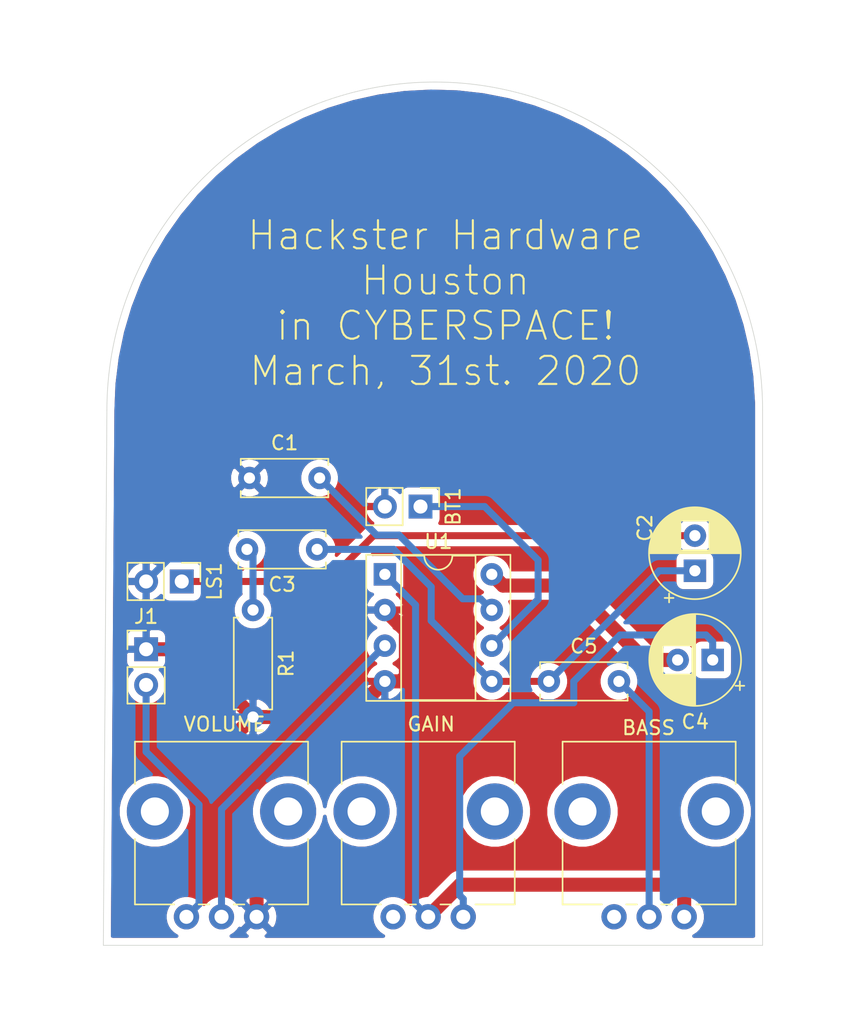
<source format=kicad_pcb>
(kicad_pcb (version 20171130) (host pcbnew 5.1.5-52549c5~84~ubuntu18.04.1)

  (general
    (thickness 1.6)
    (drawings 5)
    (tracks 68)
    (zones 0)
    (modules 13)
    (nets 15)
  )

  (page A4)
  (layers
    (0 F.Cu signal)
    (31 B.Cu signal)
    (32 B.Adhes user)
    (33 F.Adhes user)
    (34 B.Paste user)
    (35 F.Paste user)
    (36 B.SilkS user)
    (37 F.SilkS user)
    (38 B.Mask user)
    (39 F.Mask user)
    (40 Dwgs.User user)
    (41 Cmts.User user)
    (42 Eco1.User user)
    (43 Eco2.User user)
    (44 Edge.Cuts user)
    (45 Margin user)
    (46 B.CrtYd user)
    (47 F.CrtYd user)
    (48 B.Fab user)
    (49 F.Fab user)
  )

  (setup
    (last_trace_width 0.5)
    (user_trace_width 0.5)
    (user_trace_width 1)
    (user_trace_width 3)
    (trace_clearance 0.2)
    (zone_clearance 0.508)
    (zone_45_only no)
    (trace_min 0.2)
    (via_size 0.8)
    (via_drill 0.4)
    (via_min_size 0.4)
    (via_min_drill 0.3)
    (uvia_size 0.3)
    (uvia_drill 0.1)
    (uvias_allowed no)
    (uvia_min_size 0.2)
    (uvia_min_drill 0.1)
    (edge_width 0.05)
    (segment_width 0.2)
    (pcb_text_width 0.3)
    (pcb_text_size 1.5 1.5)
    (mod_edge_width 0.12)
    (mod_text_size 1 1)
    (mod_text_width 0.15)
    (pad_size 1.524 1.524)
    (pad_drill 0.762)
    (pad_to_mask_clearance 0.051)
    (solder_mask_min_width 0.25)
    (aux_axis_origin 0 0)
    (visible_elements FFFFFF7F)
    (pcbplotparams
      (layerselection 0x010fc_ffffffff)
      (usegerberextensions false)
      (usegerberattributes false)
      (usegerberadvancedattributes false)
      (creategerberjobfile false)
      (excludeedgelayer true)
      (linewidth 0.100000)
      (plotframeref false)
      (viasonmask false)
      (mode 1)
      (useauxorigin false)
      (hpglpennumber 1)
      (hpglpenspeed 20)
      (hpglpendiameter 15.000000)
      (psnegative false)
      (psa4output false)
      (plotreference true)
      (plotvalue true)
      (plotinvisibletext false)
      (padsonsilk false)
      (subtractmaskfromsilk false)
      (outputformat 1)
      (mirror false)
      (drillshape 0)
      (scaleselection 1)
      (outputdirectory "gerber-pass-01/"))
  )

  (net 0 "")
  (net 1 "Net-(BT1-Pad1)")
  (net 2 GND)
  (net 3 "Net-(C1-Pad2)")
  (net 4 "Net-(C2-Pad1)")
  (net 5 "Net-(C2-Pad2)")
  (net 6 "Net-(C3-Pad2)")
  (net 7 "Net-(C4-Pad2)")
  (net 8 "Net-(C4-Pad1)")
  (net 9 "Net-(J1-Pad2)")
  (net 10 "Net-(BASE1-Pad3)")
  (net 11 "Net-(BASE1-Pad2)")
  (net 12 "Net-(BASE1-Pad1)")
  (net 13 "Net-(GAIN1-Pad3)")
  (net 14 "Net-(U1-Pad3)")

  (net_class Default "This is the default net class."
    (clearance 0.2)
    (trace_width 0.25)
    (via_dia 0.8)
    (via_drill 0.4)
    (uvia_dia 0.3)
    (uvia_drill 0.1)
    (add_net GND)
    (add_net "Net-(BASE1-Pad1)")
    (add_net "Net-(BASE1-Pad2)")
    (add_net "Net-(BASE1-Pad3)")
    (add_net "Net-(BT1-Pad1)")
    (add_net "Net-(C1-Pad2)")
    (add_net "Net-(C2-Pad1)")
    (add_net "Net-(C2-Pad2)")
    (add_net "Net-(C3-Pad2)")
    (add_net "Net-(C4-Pad1)")
    (add_net "Net-(C4-Pad2)")
    (add_net "Net-(GAIN1-Pad3)")
    (add_net "Net-(J1-Pad2)")
    (add_net "Net-(U1-Pad3)")
  )

  (module Connector_PinHeader_2.54mm:PinHeader_1x02_P2.54mm_Vertical (layer F.Cu) (tedit 59FED5CC) (tstamp 5E7B6103)
    (at 154.686 85.598 270)
    (descr "Through hole straight pin header, 1x02, 2.54mm pitch, single row")
    (tags "Through hole pin header THT 1x02 2.54mm single row")
    (path /5E7A4476)
    (fp_text reference BT1 (at 0 -2.33 90) (layer F.SilkS)
      (effects (font (size 1 1) (thickness 0.15)))
    )
    (fp_text value Battery (at 0 4.87 90) (layer F.Fab)
      (effects (font (size 1 1) (thickness 0.15)))
    )
    (fp_line (start -0.635 -1.27) (end 1.27 -1.27) (layer F.Fab) (width 0.1))
    (fp_line (start 1.27 -1.27) (end 1.27 3.81) (layer F.Fab) (width 0.1))
    (fp_line (start 1.27 3.81) (end -1.27 3.81) (layer F.Fab) (width 0.1))
    (fp_line (start -1.27 3.81) (end -1.27 -0.635) (layer F.Fab) (width 0.1))
    (fp_line (start -1.27 -0.635) (end -0.635 -1.27) (layer F.Fab) (width 0.1))
    (fp_line (start -1.33 3.87) (end 1.33 3.87) (layer F.SilkS) (width 0.12))
    (fp_line (start -1.33 1.27) (end -1.33 3.87) (layer F.SilkS) (width 0.12))
    (fp_line (start 1.33 1.27) (end 1.33 3.87) (layer F.SilkS) (width 0.12))
    (fp_line (start -1.33 1.27) (end 1.33 1.27) (layer F.SilkS) (width 0.12))
    (fp_line (start -1.33 0) (end -1.33 -1.33) (layer F.SilkS) (width 0.12))
    (fp_line (start -1.33 -1.33) (end 0 -1.33) (layer F.SilkS) (width 0.12))
    (fp_line (start -1.8 -1.8) (end -1.8 4.35) (layer F.CrtYd) (width 0.05))
    (fp_line (start -1.8 4.35) (end 1.8 4.35) (layer F.CrtYd) (width 0.05))
    (fp_line (start 1.8 4.35) (end 1.8 -1.8) (layer F.CrtYd) (width 0.05))
    (fp_line (start 1.8 -1.8) (end -1.8 -1.8) (layer F.CrtYd) (width 0.05))
    (fp_text user %R (at 0 1.27) (layer F.Fab)
      (effects (font (size 1 1) (thickness 0.15)))
    )
    (pad 1 thru_hole rect (at 0 0 270) (size 1.7 1.7) (drill 1) (layers *.Cu *.Mask)
      (net 1 "Net-(BT1-Pad1)"))
    (pad 2 thru_hole oval (at 0 2.54 270) (size 1.7 1.7) (drill 1) (layers *.Cu *.Mask)
      (net 2 GND))
    (model ${KISYS3DMOD}/Connector_PinHeader_2.54mm.3dshapes/PinHeader_1x02_P2.54mm_Vertical.wrl
      (at (xyz 0 0 0))
      (scale (xyz 1 1 1))
      (rotate (xyz 0 0 0))
    )
  )

  (module Capacitor_THT:C_Disc_D6.0mm_W2.5mm_P5.00mm (layer F.Cu) (tedit 5AE50EF0) (tstamp 5E7AE001)
    (at 142.494 83.566)
    (descr "C, Disc series, Radial, pin pitch=5.00mm, , diameter*width=6*2.5mm^2, Capacitor, http://cdn-reichelt.de/documents/datenblatt/B300/DS_KERKO_TC.pdf")
    (tags "C Disc series Radial pin pitch 5.00mm  diameter 6mm width 2.5mm Capacitor")
    (path /5E7DA7E6)
    (fp_text reference C1 (at 2.5 -2.5) (layer F.SilkS)
      (effects (font (size 1 1) (thickness 0.15)))
    )
    (fp_text value 100nF (at 2.5 2.5) (layer F.Fab)
      (effects (font (size 1 1) (thickness 0.15)))
    )
    (fp_text user %R (at 2.5 0) (layer F.Fab)
      (effects (font (size 1 1) (thickness 0.15)))
    )
    (fp_line (start 6.05 -1.5) (end -1.05 -1.5) (layer F.CrtYd) (width 0.05))
    (fp_line (start 6.05 1.5) (end 6.05 -1.5) (layer F.CrtYd) (width 0.05))
    (fp_line (start -1.05 1.5) (end 6.05 1.5) (layer F.CrtYd) (width 0.05))
    (fp_line (start -1.05 -1.5) (end -1.05 1.5) (layer F.CrtYd) (width 0.05))
    (fp_line (start 5.62 0.925) (end 5.62 1.37) (layer F.SilkS) (width 0.12))
    (fp_line (start 5.62 -1.37) (end 5.62 -0.925) (layer F.SilkS) (width 0.12))
    (fp_line (start -0.62 0.925) (end -0.62 1.37) (layer F.SilkS) (width 0.12))
    (fp_line (start -0.62 -1.37) (end -0.62 -0.925) (layer F.SilkS) (width 0.12))
    (fp_line (start -0.62 1.37) (end 5.62 1.37) (layer F.SilkS) (width 0.12))
    (fp_line (start -0.62 -1.37) (end 5.62 -1.37) (layer F.SilkS) (width 0.12))
    (fp_line (start 5.5 -1.25) (end -0.5 -1.25) (layer F.Fab) (width 0.1))
    (fp_line (start 5.5 1.25) (end 5.5 -1.25) (layer F.Fab) (width 0.1))
    (fp_line (start -0.5 1.25) (end 5.5 1.25) (layer F.Fab) (width 0.1))
    (fp_line (start -0.5 -1.25) (end -0.5 1.25) (layer F.Fab) (width 0.1))
    (pad 2 thru_hole circle (at 5 0) (size 1.6 1.6) (drill 0.8) (layers *.Cu *.Mask)
      (net 3 "Net-(C1-Pad2)"))
    (pad 1 thru_hole circle (at 0 0) (size 1.6 1.6) (drill 0.8) (layers *.Cu *.Mask)
      (net 2 GND))
    (model ${KISYS3DMOD}/Capacitor_THT.3dshapes/C_Disc_D6.0mm_W2.5mm_P5.00mm.wrl
      (at (xyz 0 0 0))
      (scale (xyz 1 1 1))
      (rotate (xyz 0 0 0))
    )
  )

  (module Capacitor_THT:C_Disc_D6.0mm_W2.5mm_P5.00mm (layer F.Cu) (tedit 5AE50EF0) (tstamp 5E7AE0F9)
    (at 147.32 88.646 180)
    (descr "C, Disc series, Radial, pin pitch=5.00mm, , diameter*width=6*2.5mm^2, Capacitor, http://cdn-reichelt.de/documents/datenblatt/B300/DS_KERKO_TC.pdf")
    (tags "C Disc series Radial pin pitch 5.00mm  diameter 6mm width 2.5mm Capacitor")
    (path /5E7B62C5)
    (fp_text reference C3 (at 2.5 -2.5) (layer F.SilkS)
      (effects (font (size 1 1) (thickness 0.15)))
    )
    (fp_text value 0.05mF (at 2.5 2.5) (layer F.Fab)
      (effects (font (size 1 1) (thickness 0.15)))
    )
    (fp_line (start -0.5 -1.25) (end -0.5 1.25) (layer F.Fab) (width 0.1))
    (fp_line (start -0.5 1.25) (end 5.5 1.25) (layer F.Fab) (width 0.1))
    (fp_line (start 5.5 1.25) (end 5.5 -1.25) (layer F.Fab) (width 0.1))
    (fp_line (start 5.5 -1.25) (end -0.5 -1.25) (layer F.Fab) (width 0.1))
    (fp_line (start -0.62 -1.37) (end 5.62 -1.37) (layer F.SilkS) (width 0.12))
    (fp_line (start -0.62 1.37) (end 5.62 1.37) (layer F.SilkS) (width 0.12))
    (fp_line (start -0.62 -1.37) (end -0.62 -0.925) (layer F.SilkS) (width 0.12))
    (fp_line (start -0.62 0.925) (end -0.62 1.37) (layer F.SilkS) (width 0.12))
    (fp_line (start 5.62 -1.37) (end 5.62 -0.925) (layer F.SilkS) (width 0.12))
    (fp_line (start 5.62 0.925) (end 5.62 1.37) (layer F.SilkS) (width 0.12))
    (fp_line (start -1.05 -1.5) (end -1.05 1.5) (layer F.CrtYd) (width 0.05))
    (fp_line (start -1.05 1.5) (end 6.05 1.5) (layer F.CrtYd) (width 0.05))
    (fp_line (start 6.05 1.5) (end 6.05 -1.5) (layer F.CrtYd) (width 0.05))
    (fp_line (start 6.05 -1.5) (end -1.05 -1.5) (layer F.CrtYd) (width 0.05))
    (fp_text user %R (at 2.5 0) (layer F.Fab)
      (effects (font (size 1 1) (thickness 0.15)))
    )
    (pad 1 thru_hole circle (at 0 0 180) (size 1.6 1.6) (drill 0.8) (layers *.Cu *.Mask)
      (net 4 "Net-(C2-Pad1)"))
    (pad 2 thru_hole circle (at 5 0 180) (size 1.6 1.6) (drill 0.8) (layers *.Cu *.Mask)
      (net 6 "Net-(C3-Pad2)"))
    (model ${KISYS3DMOD}/Capacitor_THT.3dshapes/C_Disc_D6.0mm_W2.5mm_P5.00mm.wrl
      (at (xyz 0 0 0))
      (scale (xyz 1 1 1))
      (rotate (xyz 0 0 0))
    )
  )

  (module Capacitor_THT:C_Disc_D6.0mm_W2.5mm_P5.00mm (layer F.Cu) (tedit 5AE50EF0) (tstamp 5E7B6DC0)
    (at 163.83 98.044)
    (descr "C, Disc series, Radial, pin pitch=5.00mm, , diameter*width=6*2.5mm^2, Capacitor, http://cdn-reichelt.de/documents/datenblatt/B300/DS_KERKO_TC.pdf")
    (tags "C Disc series Radial pin pitch 5.00mm  diameter 6mm width 2.5mm Capacitor")
    (path /5E810764)
    (fp_text reference C5 (at 2.5 -2.5) (layer F.SilkS)
      (effects (font (size 1 1) (thickness 0.15)))
    )
    (fp_text value 0.05mF (at 2.5 2.5) (layer F.Fab)
      (effects (font (size 1 1) (thickness 0.15)))
    )
    (fp_line (start -0.5 -1.25) (end -0.5 1.25) (layer F.Fab) (width 0.1))
    (fp_line (start -0.5 1.25) (end 5.5 1.25) (layer F.Fab) (width 0.1))
    (fp_line (start 5.5 1.25) (end 5.5 -1.25) (layer F.Fab) (width 0.1))
    (fp_line (start 5.5 -1.25) (end -0.5 -1.25) (layer F.Fab) (width 0.1))
    (fp_line (start -0.62 -1.37) (end 5.62 -1.37) (layer F.SilkS) (width 0.12))
    (fp_line (start -0.62 1.37) (end 5.62 1.37) (layer F.SilkS) (width 0.12))
    (fp_line (start -0.62 -1.37) (end -0.62 -0.925) (layer F.SilkS) (width 0.12))
    (fp_line (start -0.62 0.925) (end -0.62 1.37) (layer F.SilkS) (width 0.12))
    (fp_line (start 5.62 -1.37) (end 5.62 -0.925) (layer F.SilkS) (width 0.12))
    (fp_line (start 5.62 0.925) (end 5.62 1.37) (layer F.SilkS) (width 0.12))
    (fp_line (start -1.05 -1.5) (end -1.05 1.5) (layer F.CrtYd) (width 0.05))
    (fp_line (start -1.05 1.5) (end 6.05 1.5) (layer F.CrtYd) (width 0.05))
    (fp_line (start 6.05 1.5) (end 6.05 -1.5) (layer F.CrtYd) (width 0.05))
    (fp_line (start 6.05 -1.5) (end -1.05 -1.5) (layer F.CrtYd) (width 0.05))
    (fp_text user %R (at 2.5 0) (layer F.Fab)
      (effects (font (size 1 1) (thickness 0.15)))
    )
    (pad 1 thru_hole circle (at 0 0) (size 1.6 1.6) (drill 0.8) (layers *.Cu *.Mask)
      (net 4 "Net-(C2-Pad1)"))
    (pad 2 thru_hole circle (at 5 0) (size 1.6 1.6) (drill 0.8) (layers *.Cu *.Mask)
      (net 11 "Net-(BASE1-Pad2)"))
    (model ${KISYS3DMOD}/Capacitor_THT.3dshapes/C_Disc_D6.0mm_W2.5mm_P5.00mm.wrl
      (at (xyz 0 0 0))
      (scale (xyz 1 1 1))
      (rotate (xyz 0 0 0))
    )
  )

  (module Connector_PinHeader_2.54mm:PinHeader_1x02_P2.54mm_Vertical (layer F.Cu) (tedit 59FED5CC) (tstamp 5E7B5E06)
    (at 135.128 95.758)
    (descr "Through hole straight pin header, 1x02, 2.54mm pitch, single row")
    (tags "Through hole pin header THT 1x02 2.54mm single row")
    (path /5E7EB7EE)
    (fp_text reference J1 (at 0 -2.33) (layer F.SilkS)
      (effects (font (size 1 1) (thickness 0.15)))
    )
    (fp_text value input (at 0 4.87) (layer F.Fab)
      (effects (font (size 1 1) (thickness 0.15)))
    )
    (fp_line (start -0.635 -1.27) (end 1.27 -1.27) (layer F.Fab) (width 0.1))
    (fp_line (start 1.27 -1.27) (end 1.27 3.81) (layer F.Fab) (width 0.1))
    (fp_line (start 1.27 3.81) (end -1.27 3.81) (layer F.Fab) (width 0.1))
    (fp_line (start -1.27 3.81) (end -1.27 -0.635) (layer F.Fab) (width 0.1))
    (fp_line (start -1.27 -0.635) (end -0.635 -1.27) (layer F.Fab) (width 0.1))
    (fp_line (start -1.33 3.87) (end 1.33 3.87) (layer F.SilkS) (width 0.12))
    (fp_line (start -1.33 1.27) (end -1.33 3.87) (layer F.SilkS) (width 0.12))
    (fp_line (start 1.33 1.27) (end 1.33 3.87) (layer F.SilkS) (width 0.12))
    (fp_line (start -1.33 1.27) (end 1.33 1.27) (layer F.SilkS) (width 0.12))
    (fp_line (start -1.33 0) (end -1.33 -1.33) (layer F.SilkS) (width 0.12))
    (fp_line (start -1.33 -1.33) (end 0 -1.33) (layer F.SilkS) (width 0.12))
    (fp_line (start -1.8 -1.8) (end -1.8 4.35) (layer F.CrtYd) (width 0.05))
    (fp_line (start -1.8 4.35) (end 1.8 4.35) (layer F.CrtYd) (width 0.05))
    (fp_line (start 1.8 4.35) (end 1.8 -1.8) (layer F.CrtYd) (width 0.05))
    (fp_line (start 1.8 -1.8) (end -1.8 -1.8) (layer F.CrtYd) (width 0.05))
    (fp_text user %R (at 0 1.27 90) (layer F.Fab)
      (effects (font (size 1 1) (thickness 0.15)))
    )
    (pad 1 thru_hole rect (at 0 0) (size 1.7 1.7) (drill 1) (layers *.Cu *.Mask)
      (net 2 GND))
    (pad 2 thru_hole oval (at 0 2.54) (size 1.7 1.7) (drill 1) (layers *.Cu *.Mask)
      (net 9 "Net-(J1-Pad2)"))
    (model ${KISYS3DMOD}/Connector_PinHeader_2.54mm.3dshapes/PinHeader_1x02_P2.54mm_Vertical.wrl
      (at (xyz 0 0 0))
      (scale (xyz 1 1 1))
      (rotate (xyz 0 0 0))
    )
  )

  (module Connector_PinHeader_2.54mm:PinHeader_1x02_P2.54mm_Vertical (layer F.Cu) (tedit 59FED5CC) (tstamp 5E7B5DC7)
    (at 137.668 90.932 270)
    (descr "Through hole straight pin header, 1x02, 2.54mm pitch, single row")
    (tags "Through hole pin header THT 1x02 2.54mm single row")
    (path /5E7AAA92)
    (fp_text reference LS1 (at 0 -2.33 90) (layer F.SilkS)
      (effects (font (size 1 1) (thickness 0.15)))
    )
    (fp_text value Speaker (at 0 4.87 90) (layer F.Fab)
      (effects (font (size 1 1) (thickness 0.15)))
    )
    (fp_text user %R (at 0 1.27) (layer F.Fab)
      (effects (font (size 1 1) (thickness 0.15)))
    )
    (fp_line (start 1.8 -1.8) (end -1.8 -1.8) (layer F.CrtYd) (width 0.05))
    (fp_line (start 1.8 4.35) (end 1.8 -1.8) (layer F.CrtYd) (width 0.05))
    (fp_line (start -1.8 4.35) (end 1.8 4.35) (layer F.CrtYd) (width 0.05))
    (fp_line (start -1.8 -1.8) (end -1.8 4.35) (layer F.CrtYd) (width 0.05))
    (fp_line (start -1.33 -1.33) (end 0 -1.33) (layer F.SilkS) (width 0.12))
    (fp_line (start -1.33 0) (end -1.33 -1.33) (layer F.SilkS) (width 0.12))
    (fp_line (start -1.33 1.27) (end 1.33 1.27) (layer F.SilkS) (width 0.12))
    (fp_line (start 1.33 1.27) (end 1.33 3.87) (layer F.SilkS) (width 0.12))
    (fp_line (start -1.33 1.27) (end -1.33 3.87) (layer F.SilkS) (width 0.12))
    (fp_line (start -1.33 3.87) (end 1.33 3.87) (layer F.SilkS) (width 0.12))
    (fp_line (start -1.27 -0.635) (end -0.635 -1.27) (layer F.Fab) (width 0.1))
    (fp_line (start -1.27 3.81) (end -1.27 -0.635) (layer F.Fab) (width 0.1))
    (fp_line (start 1.27 3.81) (end -1.27 3.81) (layer F.Fab) (width 0.1))
    (fp_line (start 1.27 -1.27) (end 1.27 3.81) (layer F.Fab) (width 0.1))
    (fp_line (start -0.635 -1.27) (end 1.27 -1.27) (layer F.Fab) (width 0.1))
    (pad 2 thru_hole oval (at 0 2.54 270) (size 1.7 1.7) (drill 1) (layers *.Cu *.Mask)
      (net 2 GND))
    (pad 1 thru_hole rect (at 0 0 270) (size 1.7 1.7) (drill 1) (layers *.Cu *.Mask)
      (net 5 "Net-(C2-Pad2)"))
    (model ${KISYS3DMOD}/Connector_PinHeader_2.54mm.3dshapes/PinHeader_1x02_P2.54mm_Vertical.wrl
      (at (xyz 0 0 0))
      (scale (xyz 1 1 1))
      (rotate (xyz 0 0 0))
    )
  )

  (module Package_DIP:DIP-8_W7.62mm_Socket (layer F.Cu) (tedit 5A02E8C5) (tstamp 5E7B63F0)
    (at 152.146 90.424)
    (descr "8-lead though-hole mounted DIP package, row spacing 7.62 mm (300 mils), Socket")
    (tags "THT DIP DIL PDIP 2.54mm 7.62mm 300mil Socket")
    (path /5E7A2217)
    (fp_text reference U1 (at 3.81 -2.33) (layer F.SilkS)
      (effects (font (size 1 1) (thickness 0.15)))
    )
    (fp_text value LM386 (at 3.81 9.95) (layer F.Fab)
      (effects (font (size 1 1) (thickness 0.15)))
    )
    (fp_arc (start 3.81 -1.33) (end 2.81 -1.33) (angle -180) (layer F.SilkS) (width 0.12))
    (fp_line (start 1.635 -1.27) (end 6.985 -1.27) (layer F.Fab) (width 0.1))
    (fp_line (start 6.985 -1.27) (end 6.985 8.89) (layer F.Fab) (width 0.1))
    (fp_line (start 6.985 8.89) (end 0.635 8.89) (layer F.Fab) (width 0.1))
    (fp_line (start 0.635 8.89) (end 0.635 -0.27) (layer F.Fab) (width 0.1))
    (fp_line (start 0.635 -0.27) (end 1.635 -1.27) (layer F.Fab) (width 0.1))
    (fp_line (start -1.27 -1.33) (end -1.27 8.95) (layer F.Fab) (width 0.1))
    (fp_line (start -1.27 8.95) (end 8.89 8.95) (layer F.Fab) (width 0.1))
    (fp_line (start 8.89 8.95) (end 8.89 -1.33) (layer F.Fab) (width 0.1))
    (fp_line (start 8.89 -1.33) (end -1.27 -1.33) (layer F.Fab) (width 0.1))
    (fp_line (start 2.81 -1.33) (end 1.16 -1.33) (layer F.SilkS) (width 0.12))
    (fp_line (start 1.16 -1.33) (end 1.16 8.95) (layer F.SilkS) (width 0.12))
    (fp_line (start 1.16 8.95) (end 6.46 8.95) (layer F.SilkS) (width 0.12))
    (fp_line (start 6.46 8.95) (end 6.46 -1.33) (layer F.SilkS) (width 0.12))
    (fp_line (start 6.46 -1.33) (end 4.81 -1.33) (layer F.SilkS) (width 0.12))
    (fp_line (start -1.33 -1.39) (end -1.33 9.01) (layer F.SilkS) (width 0.12))
    (fp_line (start -1.33 9.01) (end 8.95 9.01) (layer F.SilkS) (width 0.12))
    (fp_line (start 8.95 9.01) (end 8.95 -1.39) (layer F.SilkS) (width 0.12))
    (fp_line (start 8.95 -1.39) (end -1.33 -1.39) (layer F.SilkS) (width 0.12))
    (fp_line (start -1.55 -1.6) (end -1.55 9.2) (layer F.CrtYd) (width 0.05))
    (fp_line (start -1.55 9.2) (end 9.15 9.2) (layer F.CrtYd) (width 0.05))
    (fp_line (start 9.15 9.2) (end 9.15 -1.6) (layer F.CrtYd) (width 0.05))
    (fp_line (start 9.15 -1.6) (end -1.55 -1.6) (layer F.CrtYd) (width 0.05))
    (fp_text user %R (at 3.81 3.81) (layer F.Fab)
      (effects (font (size 1 1) (thickness 0.15)))
    )
    (pad 1 thru_hole rect (at 0 0) (size 1.6 1.6) (drill 0.8) (layers *.Cu *.Mask)
      (net 12 "Net-(BASE1-Pad1)"))
    (pad 5 thru_hole oval (at 7.62 7.62) (size 1.6 1.6) (drill 0.8) (layers *.Cu *.Mask)
      (net 4 "Net-(C2-Pad1)"))
    (pad 2 thru_hole oval (at 0 2.54) (size 1.6 1.6) (drill 0.8) (layers *.Cu *.Mask)
      (net 2 GND))
    (pad 6 thru_hole oval (at 7.62 5.08) (size 1.6 1.6) (drill 0.8) (layers *.Cu *.Mask)
      (net 1 "Net-(BT1-Pad1)"))
    (pad 3 thru_hole oval (at 0 5.08) (size 1.6 1.6) (drill 0.8) (layers *.Cu *.Mask)
      (net 14 "Net-(U1-Pad3)"))
    (pad 7 thru_hole oval (at 7.62 2.54) (size 1.6 1.6) (drill 0.8) (layers *.Cu *.Mask)
      (net 3 "Net-(C1-Pad2)"))
    (pad 4 thru_hole oval (at 0 7.62) (size 1.6 1.6) (drill 0.8) (layers *.Cu *.Mask)
      (net 2 GND))
    (pad 8 thru_hole oval (at 7.62 0) (size 1.6 1.6) (drill 0.8) (layers *.Cu *.Mask)
      (net 7 "Net-(C4-Pad2)"))
    (model ${KISYS3DMOD}/Package_DIP.3dshapes/DIP-8_W7.62mm_Socket.wrl
      (at (xyz 0 0 0))
      (scale (xyz 1 1 1))
      (rotate (xyz 0 0 0))
    )
  )

  (module Potentiometer_THT:Potentiometer_Alps_RK09L_Single_Vertical (layer F.Cu) (tedit 5A3D4993) (tstamp 5E7B5E4B)
    (at 173.482 114.808 90)
    (descr "Potentiometer, vertical, Alps RK09L Single, http://www.alps.com/prod/info/E/HTML/Potentiometer/RotaryPotentiometers/RK09L/RK09L_list.html")
    (tags "Potentiometer vertical Alps RK09L Single")
    (path /5E8123FA)
    (fp_text reference BASS (at 13.462 -2.54 180) (layer F.SilkS)
      (effects (font (size 1 1) (thickness 0.15)))
    )
    (fp_text value 10k (at 2.794 2.032 180) (layer F.Fab)
      (effects (font (size 1 1) (thickness 0.15)))
    )
    (fp_circle (center 7.5 -2.5) (end 10.5 -2.5) (layer F.Fab) (width 0.1))
    (fp_line (start 1 -8.55) (end 1 3.55) (layer F.Fab) (width 0.1))
    (fp_line (start 1 3.55) (end 12.35 3.55) (layer F.Fab) (width 0.1))
    (fp_line (start 12.35 3.55) (end 12.35 -8.55) (layer F.Fab) (width 0.1))
    (fp_line (start 12.35 -8.55) (end 1 -8.55) (layer F.Fab) (width 0.1))
    (fp_line (start 0.88 -8.67) (end 5.546 -8.67) (layer F.SilkS) (width 0.12))
    (fp_line (start 9.455 -8.67) (end 12.47 -8.67) (layer F.SilkS) (width 0.12))
    (fp_line (start 0.88 3.67) (end 5.546 3.67) (layer F.SilkS) (width 0.12))
    (fp_line (start 9.455 3.67) (end 12.47 3.67) (layer F.SilkS) (width 0.12))
    (fp_line (start 0.88 -8.67) (end 0.88 -5.871) (layer F.SilkS) (width 0.12))
    (fp_line (start 0.88 -4.129) (end 0.88 -3.37) (layer F.SilkS) (width 0.12))
    (fp_line (start 0.88 -1.629) (end 0.88 -0.87) (layer F.SilkS) (width 0.12))
    (fp_line (start 0.88 0.87) (end 0.88 3.67) (layer F.SilkS) (width 0.12))
    (fp_line (start 12.47 -8.67) (end 12.47 3.67) (layer F.SilkS) (width 0.12))
    (fp_line (start -1.15 -9.5) (end -1.15 4.5) (layer F.CrtYd) (width 0.05))
    (fp_line (start -1.15 4.5) (end 12.6 4.5) (layer F.CrtYd) (width 0.05))
    (fp_line (start 12.6 4.5) (end 12.6 -9.5) (layer F.CrtYd) (width 0.05))
    (fp_line (start 12.6 -9.5) (end -1.15 -9.5) (layer F.CrtYd) (width 0.05))
    (fp_text user %R (at 2 -2.5) (layer F.Fab)
      (effects (font (size 1 1) (thickness 0.15)))
    )
    (pad 3 thru_hole circle (at 0 -5 90) (size 1.8 1.8) (drill 1) (layers *.Cu *.Mask)
      (net 10 "Net-(BASE1-Pad3)"))
    (pad 2 thru_hole circle (at 0 -2.5 90) (size 1.8 1.8) (drill 1) (layers *.Cu *.Mask)
      (net 11 "Net-(BASE1-Pad2)"))
    (pad 1 thru_hole circle (at 0 0 90) (size 1.8 1.8) (drill 1) (layers *.Cu *.Mask)
      (net 12 "Net-(BASE1-Pad1)"))
    (pad "" np_thru_hole circle (at 7.5 -7.25 90) (size 4 4) (drill 2) (layers *.Cu *.Mask))
    (pad "" np_thru_hole circle (at 7.5 2.25 90) (size 4 4) (drill 2) (layers *.Cu *.Mask))
    (model ${KISYS3DMOD}/Potentiometer_THT.3dshapes/Potentiometer_Alps_RK09L_Single_Vertical.wrl
      (at (xyz 0 0 0))
      (scale (xyz 1 1 1))
      (rotate (xyz 0 0 0))
    )
  )

  (module Capacitor_THT:CP_Radial_D6.3mm_P2.50mm (layer F.Cu) (tedit 5AE50EF0) (tstamp 5E7B5F8C)
    (at 174.244 90.17 90)
    (descr "CP, Radial series, Radial, pin pitch=2.50mm, , diameter=6.3mm, Electrolytic Capacitor")
    (tags "CP Radial series Radial pin pitch 2.50mm  diameter 6.3mm Electrolytic Capacitor")
    (path /5E7AE473)
    (fp_text reference C2 (at 3.048 -3.556 270) (layer F.SilkS)
      (effects (font (size 1 1) (thickness 0.15)))
    )
    (fp_text value 250mF (at 5.334 0 180) (layer F.Fab)
      (effects (font (size 1 1) (thickness 0.15)))
    )
    (fp_circle (center 1.25 0) (end 4.4 0) (layer F.Fab) (width 0.1))
    (fp_circle (center 1.25 0) (end 4.52 0) (layer F.SilkS) (width 0.12))
    (fp_circle (center 1.25 0) (end 4.65 0) (layer F.CrtYd) (width 0.05))
    (fp_line (start -1.443972 -1.3735) (end -0.813972 -1.3735) (layer F.Fab) (width 0.1))
    (fp_line (start -1.128972 -1.6885) (end -1.128972 -1.0585) (layer F.Fab) (width 0.1))
    (fp_line (start 1.25 -3.23) (end 1.25 3.23) (layer F.SilkS) (width 0.12))
    (fp_line (start 1.29 -3.23) (end 1.29 3.23) (layer F.SilkS) (width 0.12))
    (fp_line (start 1.33 -3.23) (end 1.33 3.23) (layer F.SilkS) (width 0.12))
    (fp_line (start 1.37 -3.228) (end 1.37 3.228) (layer F.SilkS) (width 0.12))
    (fp_line (start 1.41 -3.227) (end 1.41 3.227) (layer F.SilkS) (width 0.12))
    (fp_line (start 1.45 -3.224) (end 1.45 3.224) (layer F.SilkS) (width 0.12))
    (fp_line (start 1.49 -3.222) (end 1.49 -1.04) (layer F.SilkS) (width 0.12))
    (fp_line (start 1.49 1.04) (end 1.49 3.222) (layer F.SilkS) (width 0.12))
    (fp_line (start 1.53 -3.218) (end 1.53 -1.04) (layer F.SilkS) (width 0.12))
    (fp_line (start 1.53 1.04) (end 1.53 3.218) (layer F.SilkS) (width 0.12))
    (fp_line (start 1.57 -3.215) (end 1.57 -1.04) (layer F.SilkS) (width 0.12))
    (fp_line (start 1.57 1.04) (end 1.57 3.215) (layer F.SilkS) (width 0.12))
    (fp_line (start 1.61 -3.211) (end 1.61 -1.04) (layer F.SilkS) (width 0.12))
    (fp_line (start 1.61 1.04) (end 1.61 3.211) (layer F.SilkS) (width 0.12))
    (fp_line (start 1.65 -3.206) (end 1.65 -1.04) (layer F.SilkS) (width 0.12))
    (fp_line (start 1.65 1.04) (end 1.65 3.206) (layer F.SilkS) (width 0.12))
    (fp_line (start 1.69 -3.201) (end 1.69 -1.04) (layer F.SilkS) (width 0.12))
    (fp_line (start 1.69 1.04) (end 1.69 3.201) (layer F.SilkS) (width 0.12))
    (fp_line (start 1.73 -3.195) (end 1.73 -1.04) (layer F.SilkS) (width 0.12))
    (fp_line (start 1.73 1.04) (end 1.73 3.195) (layer F.SilkS) (width 0.12))
    (fp_line (start 1.77 -3.189) (end 1.77 -1.04) (layer F.SilkS) (width 0.12))
    (fp_line (start 1.77 1.04) (end 1.77 3.189) (layer F.SilkS) (width 0.12))
    (fp_line (start 1.81 -3.182) (end 1.81 -1.04) (layer F.SilkS) (width 0.12))
    (fp_line (start 1.81 1.04) (end 1.81 3.182) (layer F.SilkS) (width 0.12))
    (fp_line (start 1.85 -3.175) (end 1.85 -1.04) (layer F.SilkS) (width 0.12))
    (fp_line (start 1.85 1.04) (end 1.85 3.175) (layer F.SilkS) (width 0.12))
    (fp_line (start 1.89 -3.167) (end 1.89 -1.04) (layer F.SilkS) (width 0.12))
    (fp_line (start 1.89 1.04) (end 1.89 3.167) (layer F.SilkS) (width 0.12))
    (fp_line (start 1.93 -3.159) (end 1.93 -1.04) (layer F.SilkS) (width 0.12))
    (fp_line (start 1.93 1.04) (end 1.93 3.159) (layer F.SilkS) (width 0.12))
    (fp_line (start 1.971 -3.15) (end 1.971 -1.04) (layer F.SilkS) (width 0.12))
    (fp_line (start 1.971 1.04) (end 1.971 3.15) (layer F.SilkS) (width 0.12))
    (fp_line (start 2.011 -3.141) (end 2.011 -1.04) (layer F.SilkS) (width 0.12))
    (fp_line (start 2.011 1.04) (end 2.011 3.141) (layer F.SilkS) (width 0.12))
    (fp_line (start 2.051 -3.131) (end 2.051 -1.04) (layer F.SilkS) (width 0.12))
    (fp_line (start 2.051 1.04) (end 2.051 3.131) (layer F.SilkS) (width 0.12))
    (fp_line (start 2.091 -3.121) (end 2.091 -1.04) (layer F.SilkS) (width 0.12))
    (fp_line (start 2.091 1.04) (end 2.091 3.121) (layer F.SilkS) (width 0.12))
    (fp_line (start 2.131 -3.11) (end 2.131 -1.04) (layer F.SilkS) (width 0.12))
    (fp_line (start 2.131 1.04) (end 2.131 3.11) (layer F.SilkS) (width 0.12))
    (fp_line (start 2.171 -3.098) (end 2.171 -1.04) (layer F.SilkS) (width 0.12))
    (fp_line (start 2.171 1.04) (end 2.171 3.098) (layer F.SilkS) (width 0.12))
    (fp_line (start 2.211 -3.086) (end 2.211 -1.04) (layer F.SilkS) (width 0.12))
    (fp_line (start 2.211 1.04) (end 2.211 3.086) (layer F.SilkS) (width 0.12))
    (fp_line (start 2.251 -3.074) (end 2.251 -1.04) (layer F.SilkS) (width 0.12))
    (fp_line (start 2.251 1.04) (end 2.251 3.074) (layer F.SilkS) (width 0.12))
    (fp_line (start 2.291 -3.061) (end 2.291 -1.04) (layer F.SilkS) (width 0.12))
    (fp_line (start 2.291 1.04) (end 2.291 3.061) (layer F.SilkS) (width 0.12))
    (fp_line (start 2.331 -3.047) (end 2.331 -1.04) (layer F.SilkS) (width 0.12))
    (fp_line (start 2.331 1.04) (end 2.331 3.047) (layer F.SilkS) (width 0.12))
    (fp_line (start 2.371 -3.033) (end 2.371 -1.04) (layer F.SilkS) (width 0.12))
    (fp_line (start 2.371 1.04) (end 2.371 3.033) (layer F.SilkS) (width 0.12))
    (fp_line (start 2.411 -3.018) (end 2.411 -1.04) (layer F.SilkS) (width 0.12))
    (fp_line (start 2.411 1.04) (end 2.411 3.018) (layer F.SilkS) (width 0.12))
    (fp_line (start 2.451 -3.002) (end 2.451 -1.04) (layer F.SilkS) (width 0.12))
    (fp_line (start 2.451 1.04) (end 2.451 3.002) (layer F.SilkS) (width 0.12))
    (fp_line (start 2.491 -2.986) (end 2.491 -1.04) (layer F.SilkS) (width 0.12))
    (fp_line (start 2.491 1.04) (end 2.491 2.986) (layer F.SilkS) (width 0.12))
    (fp_line (start 2.531 -2.97) (end 2.531 -1.04) (layer F.SilkS) (width 0.12))
    (fp_line (start 2.531 1.04) (end 2.531 2.97) (layer F.SilkS) (width 0.12))
    (fp_line (start 2.571 -2.952) (end 2.571 -1.04) (layer F.SilkS) (width 0.12))
    (fp_line (start 2.571 1.04) (end 2.571 2.952) (layer F.SilkS) (width 0.12))
    (fp_line (start 2.611 -2.934) (end 2.611 -1.04) (layer F.SilkS) (width 0.12))
    (fp_line (start 2.611 1.04) (end 2.611 2.934) (layer F.SilkS) (width 0.12))
    (fp_line (start 2.651 -2.916) (end 2.651 -1.04) (layer F.SilkS) (width 0.12))
    (fp_line (start 2.651 1.04) (end 2.651 2.916) (layer F.SilkS) (width 0.12))
    (fp_line (start 2.691 -2.896) (end 2.691 -1.04) (layer F.SilkS) (width 0.12))
    (fp_line (start 2.691 1.04) (end 2.691 2.896) (layer F.SilkS) (width 0.12))
    (fp_line (start 2.731 -2.876) (end 2.731 -1.04) (layer F.SilkS) (width 0.12))
    (fp_line (start 2.731 1.04) (end 2.731 2.876) (layer F.SilkS) (width 0.12))
    (fp_line (start 2.771 -2.856) (end 2.771 -1.04) (layer F.SilkS) (width 0.12))
    (fp_line (start 2.771 1.04) (end 2.771 2.856) (layer F.SilkS) (width 0.12))
    (fp_line (start 2.811 -2.834) (end 2.811 -1.04) (layer F.SilkS) (width 0.12))
    (fp_line (start 2.811 1.04) (end 2.811 2.834) (layer F.SilkS) (width 0.12))
    (fp_line (start 2.851 -2.812) (end 2.851 -1.04) (layer F.SilkS) (width 0.12))
    (fp_line (start 2.851 1.04) (end 2.851 2.812) (layer F.SilkS) (width 0.12))
    (fp_line (start 2.891 -2.79) (end 2.891 -1.04) (layer F.SilkS) (width 0.12))
    (fp_line (start 2.891 1.04) (end 2.891 2.79) (layer F.SilkS) (width 0.12))
    (fp_line (start 2.931 -2.766) (end 2.931 -1.04) (layer F.SilkS) (width 0.12))
    (fp_line (start 2.931 1.04) (end 2.931 2.766) (layer F.SilkS) (width 0.12))
    (fp_line (start 2.971 -2.742) (end 2.971 -1.04) (layer F.SilkS) (width 0.12))
    (fp_line (start 2.971 1.04) (end 2.971 2.742) (layer F.SilkS) (width 0.12))
    (fp_line (start 3.011 -2.716) (end 3.011 -1.04) (layer F.SilkS) (width 0.12))
    (fp_line (start 3.011 1.04) (end 3.011 2.716) (layer F.SilkS) (width 0.12))
    (fp_line (start 3.051 -2.69) (end 3.051 -1.04) (layer F.SilkS) (width 0.12))
    (fp_line (start 3.051 1.04) (end 3.051 2.69) (layer F.SilkS) (width 0.12))
    (fp_line (start 3.091 -2.664) (end 3.091 -1.04) (layer F.SilkS) (width 0.12))
    (fp_line (start 3.091 1.04) (end 3.091 2.664) (layer F.SilkS) (width 0.12))
    (fp_line (start 3.131 -2.636) (end 3.131 -1.04) (layer F.SilkS) (width 0.12))
    (fp_line (start 3.131 1.04) (end 3.131 2.636) (layer F.SilkS) (width 0.12))
    (fp_line (start 3.171 -2.607) (end 3.171 -1.04) (layer F.SilkS) (width 0.12))
    (fp_line (start 3.171 1.04) (end 3.171 2.607) (layer F.SilkS) (width 0.12))
    (fp_line (start 3.211 -2.578) (end 3.211 -1.04) (layer F.SilkS) (width 0.12))
    (fp_line (start 3.211 1.04) (end 3.211 2.578) (layer F.SilkS) (width 0.12))
    (fp_line (start 3.251 -2.548) (end 3.251 -1.04) (layer F.SilkS) (width 0.12))
    (fp_line (start 3.251 1.04) (end 3.251 2.548) (layer F.SilkS) (width 0.12))
    (fp_line (start 3.291 -2.516) (end 3.291 -1.04) (layer F.SilkS) (width 0.12))
    (fp_line (start 3.291 1.04) (end 3.291 2.516) (layer F.SilkS) (width 0.12))
    (fp_line (start 3.331 -2.484) (end 3.331 -1.04) (layer F.SilkS) (width 0.12))
    (fp_line (start 3.331 1.04) (end 3.331 2.484) (layer F.SilkS) (width 0.12))
    (fp_line (start 3.371 -2.45) (end 3.371 -1.04) (layer F.SilkS) (width 0.12))
    (fp_line (start 3.371 1.04) (end 3.371 2.45) (layer F.SilkS) (width 0.12))
    (fp_line (start 3.411 -2.416) (end 3.411 -1.04) (layer F.SilkS) (width 0.12))
    (fp_line (start 3.411 1.04) (end 3.411 2.416) (layer F.SilkS) (width 0.12))
    (fp_line (start 3.451 -2.38) (end 3.451 -1.04) (layer F.SilkS) (width 0.12))
    (fp_line (start 3.451 1.04) (end 3.451 2.38) (layer F.SilkS) (width 0.12))
    (fp_line (start 3.491 -2.343) (end 3.491 -1.04) (layer F.SilkS) (width 0.12))
    (fp_line (start 3.491 1.04) (end 3.491 2.343) (layer F.SilkS) (width 0.12))
    (fp_line (start 3.531 -2.305) (end 3.531 -1.04) (layer F.SilkS) (width 0.12))
    (fp_line (start 3.531 1.04) (end 3.531 2.305) (layer F.SilkS) (width 0.12))
    (fp_line (start 3.571 -2.265) (end 3.571 2.265) (layer F.SilkS) (width 0.12))
    (fp_line (start 3.611 -2.224) (end 3.611 2.224) (layer F.SilkS) (width 0.12))
    (fp_line (start 3.651 -2.182) (end 3.651 2.182) (layer F.SilkS) (width 0.12))
    (fp_line (start 3.691 -2.137) (end 3.691 2.137) (layer F.SilkS) (width 0.12))
    (fp_line (start 3.731 -2.092) (end 3.731 2.092) (layer F.SilkS) (width 0.12))
    (fp_line (start 3.771 -2.044) (end 3.771 2.044) (layer F.SilkS) (width 0.12))
    (fp_line (start 3.811 -1.995) (end 3.811 1.995) (layer F.SilkS) (width 0.12))
    (fp_line (start 3.851 -1.944) (end 3.851 1.944) (layer F.SilkS) (width 0.12))
    (fp_line (start 3.891 -1.89) (end 3.891 1.89) (layer F.SilkS) (width 0.12))
    (fp_line (start 3.931 -1.834) (end 3.931 1.834) (layer F.SilkS) (width 0.12))
    (fp_line (start 3.971 -1.776) (end 3.971 1.776) (layer F.SilkS) (width 0.12))
    (fp_line (start 4.011 -1.714) (end 4.011 1.714) (layer F.SilkS) (width 0.12))
    (fp_line (start 4.051 -1.65) (end 4.051 1.65) (layer F.SilkS) (width 0.12))
    (fp_line (start 4.091 -1.581) (end 4.091 1.581) (layer F.SilkS) (width 0.12))
    (fp_line (start 4.131 -1.509) (end 4.131 1.509) (layer F.SilkS) (width 0.12))
    (fp_line (start 4.171 -1.432) (end 4.171 1.432) (layer F.SilkS) (width 0.12))
    (fp_line (start 4.211 -1.35) (end 4.211 1.35) (layer F.SilkS) (width 0.12))
    (fp_line (start 4.251 -1.262) (end 4.251 1.262) (layer F.SilkS) (width 0.12))
    (fp_line (start 4.291 -1.165) (end 4.291 1.165) (layer F.SilkS) (width 0.12))
    (fp_line (start 4.331 -1.059) (end 4.331 1.059) (layer F.SilkS) (width 0.12))
    (fp_line (start 4.371 -0.94) (end 4.371 0.94) (layer F.SilkS) (width 0.12))
    (fp_line (start 4.411 -0.802) (end 4.411 0.802) (layer F.SilkS) (width 0.12))
    (fp_line (start 4.451 -0.633) (end 4.451 0.633) (layer F.SilkS) (width 0.12))
    (fp_line (start 4.491 -0.402) (end 4.491 0.402) (layer F.SilkS) (width 0.12))
    (fp_line (start -2.250241 -1.839) (end -1.620241 -1.839) (layer F.SilkS) (width 0.12))
    (fp_line (start -1.935241 -2.154) (end -1.935241 -1.524) (layer F.SilkS) (width 0.12))
    (fp_text user %R (at 1.25 0 90) (layer F.Fab)
      (effects (font (size 1 1) (thickness 0.15)))
    )
    (pad 1 thru_hole rect (at 0 0 90) (size 1.6 1.6) (drill 0.8) (layers *.Cu *.Mask)
      (net 4 "Net-(C2-Pad1)"))
    (pad 2 thru_hole circle (at 2.5 0 90) (size 1.6 1.6) (drill 0.8) (layers *.Cu *.Mask)
      (net 5 "Net-(C2-Pad2)"))
    (model ${KISYS3DMOD}/Capacitor_THT.3dshapes/CP_Radial_D6.3mm_P2.50mm.wrl
      (at (xyz 0 0 0))
      (scale (xyz 1 1 1))
      (rotate (xyz 0 0 0))
    )
  )

  (module Capacitor_THT:CP_Radial_D6.3mm_P2.50mm (layer F.Cu) (tedit 5AE50EF0) (tstamp 5E7B62A7)
    (at 175.514 96.52 180)
    (descr "CP, Radial series, Radial, pin pitch=2.50mm, , diameter=6.3mm, Electrolytic Capacitor")
    (tags "CP Radial series Radial pin pitch 2.50mm  diameter 6.3mm Electrolytic Capacitor")
    (path /5E7C9651)
    (fp_text reference C4 (at 1.25 -4.4) (layer F.SilkS)
      (effects (font (size 1 1) (thickness 0.15)))
    )
    (fp_text value 10mF (at 1.25 4.4) (layer F.Fab)
      (effects (font (size 1 1) (thickness 0.15)))
    )
    (fp_text user %R (at 1.25 0) (layer F.Fab)
      (effects (font (size 1 1) (thickness 0.15)))
    )
    (fp_line (start -1.935241 -2.154) (end -1.935241 -1.524) (layer F.SilkS) (width 0.12))
    (fp_line (start -2.250241 -1.839) (end -1.620241 -1.839) (layer F.SilkS) (width 0.12))
    (fp_line (start 4.491 -0.402) (end 4.491 0.402) (layer F.SilkS) (width 0.12))
    (fp_line (start 4.451 -0.633) (end 4.451 0.633) (layer F.SilkS) (width 0.12))
    (fp_line (start 4.411 -0.802) (end 4.411 0.802) (layer F.SilkS) (width 0.12))
    (fp_line (start 4.371 -0.94) (end 4.371 0.94) (layer F.SilkS) (width 0.12))
    (fp_line (start 4.331 -1.059) (end 4.331 1.059) (layer F.SilkS) (width 0.12))
    (fp_line (start 4.291 -1.165) (end 4.291 1.165) (layer F.SilkS) (width 0.12))
    (fp_line (start 4.251 -1.262) (end 4.251 1.262) (layer F.SilkS) (width 0.12))
    (fp_line (start 4.211 -1.35) (end 4.211 1.35) (layer F.SilkS) (width 0.12))
    (fp_line (start 4.171 -1.432) (end 4.171 1.432) (layer F.SilkS) (width 0.12))
    (fp_line (start 4.131 -1.509) (end 4.131 1.509) (layer F.SilkS) (width 0.12))
    (fp_line (start 4.091 -1.581) (end 4.091 1.581) (layer F.SilkS) (width 0.12))
    (fp_line (start 4.051 -1.65) (end 4.051 1.65) (layer F.SilkS) (width 0.12))
    (fp_line (start 4.011 -1.714) (end 4.011 1.714) (layer F.SilkS) (width 0.12))
    (fp_line (start 3.971 -1.776) (end 3.971 1.776) (layer F.SilkS) (width 0.12))
    (fp_line (start 3.931 -1.834) (end 3.931 1.834) (layer F.SilkS) (width 0.12))
    (fp_line (start 3.891 -1.89) (end 3.891 1.89) (layer F.SilkS) (width 0.12))
    (fp_line (start 3.851 -1.944) (end 3.851 1.944) (layer F.SilkS) (width 0.12))
    (fp_line (start 3.811 -1.995) (end 3.811 1.995) (layer F.SilkS) (width 0.12))
    (fp_line (start 3.771 -2.044) (end 3.771 2.044) (layer F.SilkS) (width 0.12))
    (fp_line (start 3.731 -2.092) (end 3.731 2.092) (layer F.SilkS) (width 0.12))
    (fp_line (start 3.691 -2.137) (end 3.691 2.137) (layer F.SilkS) (width 0.12))
    (fp_line (start 3.651 -2.182) (end 3.651 2.182) (layer F.SilkS) (width 0.12))
    (fp_line (start 3.611 -2.224) (end 3.611 2.224) (layer F.SilkS) (width 0.12))
    (fp_line (start 3.571 -2.265) (end 3.571 2.265) (layer F.SilkS) (width 0.12))
    (fp_line (start 3.531 1.04) (end 3.531 2.305) (layer F.SilkS) (width 0.12))
    (fp_line (start 3.531 -2.305) (end 3.531 -1.04) (layer F.SilkS) (width 0.12))
    (fp_line (start 3.491 1.04) (end 3.491 2.343) (layer F.SilkS) (width 0.12))
    (fp_line (start 3.491 -2.343) (end 3.491 -1.04) (layer F.SilkS) (width 0.12))
    (fp_line (start 3.451 1.04) (end 3.451 2.38) (layer F.SilkS) (width 0.12))
    (fp_line (start 3.451 -2.38) (end 3.451 -1.04) (layer F.SilkS) (width 0.12))
    (fp_line (start 3.411 1.04) (end 3.411 2.416) (layer F.SilkS) (width 0.12))
    (fp_line (start 3.411 -2.416) (end 3.411 -1.04) (layer F.SilkS) (width 0.12))
    (fp_line (start 3.371 1.04) (end 3.371 2.45) (layer F.SilkS) (width 0.12))
    (fp_line (start 3.371 -2.45) (end 3.371 -1.04) (layer F.SilkS) (width 0.12))
    (fp_line (start 3.331 1.04) (end 3.331 2.484) (layer F.SilkS) (width 0.12))
    (fp_line (start 3.331 -2.484) (end 3.331 -1.04) (layer F.SilkS) (width 0.12))
    (fp_line (start 3.291 1.04) (end 3.291 2.516) (layer F.SilkS) (width 0.12))
    (fp_line (start 3.291 -2.516) (end 3.291 -1.04) (layer F.SilkS) (width 0.12))
    (fp_line (start 3.251 1.04) (end 3.251 2.548) (layer F.SilkS) (width 0.12))
    (fp_line (start 3.251 -2.548) (end 3.251 -1.04) (layer F.SilkS) (width 0.12))
    (fp_line (start 3.211 1.04) (end 3.211 2.578) (layer F.SilkS) (width 0.12))
    (fp_line (start 3.211 -2.578) (end 3.211 -1.04) (layer F.SilkS) (width 0.12))
    (fp_line (start 3.171 1.04) (end 3.171 2.607) (layer F.SilkS) (width 0.12))
    (fp_line (start 3.171 -2.607) (end 3.171 -1.04) (layer F.SilkS) (width 0.12))
    (fp_line (start 3.131 1.04) (end 3.131 2.636) (layer F.SilkS) (width 0.12))
    (fp_line (start 3.131 -2.636) (end 3.131 -1.04) (layer F.SilkS) (width 0.12))
    (fp_line (start 3.091 1.04) (end 3.091 2.664) (layer F.SilkS) (width 0.12))
    (fp_line (start 3.091 -2.664) (end 3.091 -1.04) (layer F.SilkS) (width 0.12))
    (fp_line (start 3.051 1.04) (end 3.051 2.69) (layer F.SilkS) (width 0.12))
    (fp_line (start 3.051 -2.69) (end 3.051 -1.04) (layer F.SilkS) (width 0.12))
    (fp_line (start 3.011 1.04) (end 3.011 2.716) (layer F.SilkS) (width 0.12))
    (fp_line (start 3.011 -2.716) (end 3.011 -1.04) (layer F.SilkS) (width 0.12))
    (fp_line (start 2.971 1.04) (end 2.971 2.742) (layer F.SilkS) (width 0.12))
    (fp_line (start 2.971 -2.742) (end 2.971 -1.04) (layer F.SilkS) (width 0.12))
    (fp_line (start 2.931 1.04) (end 2.931 2.766) (layer F.SilkS) (width 0.12))
    (fp_line (start 2.931 -2.766) (end 2.931 -1.04) (layer F.SilkS) (width 0.12))
    (fp_line (start 2.891 1.04) (end 2.891 2.79) (layer F.SilkS) (width 0.12))
    (fp_line (start 2.891 -2.79) (end 2.891 -1.04) (layer F.SilkS) (width 0.12))
    (fp_line (start 2.851 1.04) (end 2.851 2.812) (layer F.SilkS) (width 0.12))
    (fp_line (start 2.851 -2.812) (end 2.851 -1.04) (layer F.SilkS) (width 0.12))
    (fp_line (start 2.811 1.04) (end 2.811 2.834) (layer F.SilkS) (width 0.12))
    (fp_line (start 2.811 -2.834) (end 2.811 -1.04) (layer F.SilkS) (width 0.12))
    (fp_line (start 2.771 1.04) (end 2.771 2.856) (layer F.SilkS) (width 0.12))
    (fp_line (start 2.771 -2.856) (end 2.771 -1.04) (layer F.SilkS) (width 0.12))
    (fp_line (start 2.731 1.04) (end 2.731 2.876) (layer F.SilkS) (width 0.12))
    (fp_line (start 2.731 -2.876) (end 2.731 -1.04) (layer F.SilkS) (width 0.12))
    (fp_line (start 2.691 1.04) (end 2.691 2.896) (layer F.SilkS) (width 0.12))
    (fp_line (start 2.691 -2.896) (end 2.691 -1.04) (layer F.SilkS) (width 0.12))
    (fp_line (start 2.651 1.04) (end 2.651 2.916) (layer F.SilkS) (width 0.12))
    (fp_line (start 2.651 -2.916) (end 2.651 -1.04) (layer F.SilkS) (width 0.12))
    (fp_line (start 2.611 1.04) (end 2.611 2.934) (layer F.SilkS) (width 0.12))
    (fp_line (start 2.611 -2.934) (end 2.611 -1.04) (layer F.SilkS) (width 0.12))
    (fp_line (start 2.571 1.04) (end 2.571 2.952) (layer F.SilkS) (width 0.12))
    (fp_line (start 2.571 -2.952) (end 2.571 -1.04) (layer F.SilkS) (width 0.12))
    (fp_line (start 2.531 1.04) (end 2.531 2.97) (layer F.SilkS) (width 0.12))
    (fp_line (start 2.531 -2.97) (end 2.531 -1.04) (layer F.SilkS) (width 0.12))
    (fp_line (start 2.491 1.04) (end 2.491 2.986) (layer F.SilkS) (width 0.12))
    (fp_line (start 2.491 -2.986) (end 2.491 -1.04) (layer F.SilkS) (width 0.12))
    (fp_line (start 2.451 1.04) (end 2.451 3.002) (layer F.SilkS) (width 0.12))
    (fp_line (start 2.451 -3.002) (end 2.451 -1.04) (layer F.SilkS) (width 0.12))
    (fp_line (start 2.411 1.04) (end 2.411 3.018) (layer F.SilkS) (width 0.12))
    (fp_line (start 2.411 -3.018) (end 2.411 -1.04) (layer F.SilkS) (width 0.12))
    (fp_line (start 2.371 1.04) (end 2.371 3.033) (layer F.SilkS) (width 0.12))
    (fp_line (start 2.371 -3.033) (end 2.371 -1.04) (layer F.SilkS) (width 0.12))
    (fp_line (start 2.331 1.04) (end 2.331 3.047) (layer F.SilkS) (width 0.12))
    (fp_line (start 2.331 -3.047) (end 2.331 -1.04) (layer F.SilkS) (width 0.12))
    (fp_line (start 2.291 1.04) (end 2.291 3.061) (layer F.SilkS) (width 0.12))
    (fp_line (start 2.291 -3.061) (end 2.291 -1.04) (layer F.SilkS) (width 0.12))
    (fp_line (start 2.251 1.04) (end 2.251 3.074) (layer F.SilkS) (width 0.12))
    (fp_line (start 2.251 -3.074) (end 2.251 -1.04) (layer F.SilkS) (width 0.12))
    (fp_line (start 2.211 1.04) (end 2.211 3.086) (layer F.SilkS) (width 0.12))
    (fp_line (start 2.211 -3.086) (end 2.211 -1.04) (layer F.SilkS) (width 0.12))
    (fp_line (start 2.171 1.04) (end 2.171 3.098) (layer F.SilkS) (width 0.12))
    (fp_line (start 2.171 -3.098) (end 2.171 -1.04) (layer F.SilkS) (width 0.12))
    (fp_line (start 2.131 1.04) (end 2.131 3.11) (layer F.SilkS) (width 0.12))
    (fp_line (start 2.131 -3.11) (end 2.131 -1.04) (layer F.SilkS) (width 0.12))
    (fp_line (start 2.091 1.04) (end 2.091 3.121) (layer F.SilkS) (width 0.12))
    (fp_line (start 2.091 -3.121) (end 2.091 -1.04) (layer F.SilkS) (width 0.12))
    (fp_line (start 2.051 1.04) (end 2.051 3.131) (layer F.SilkS) (width 0.12))
    (fp_line (start 2.051 -3.131) (end 2.051 -1.04) (layer F.SilkS) (width 0.12))
    (fp_line (start 2.011 1.04) (end 2.011 3.141) (layer F.SilkS) (width 0.12))
    (fp_line (start 2.011 -3.141) (end 2.011 -1.04) (layer F.SilkS) (width 0.12))
    (fp_line (start 1.971 1.04) (end 1.971 3.15) (layer F.SilkS) (width 0.12))
    (fp_line (start 1.971 -3.15) (end 1.971 -1.04) (layer F.SilkS) (width 0.12))
    (fp_line (start 1.93 1.04) (end 1.93 3.159) (layer F.SilkS) (width 0.12))
    (fp_line (start 1.93 -3.159) (end 1.93 -1.04) (layer F.SilkS) (width 0.12))
    (fp_line (start 1.89 1.04) (end 1.89 3.167) (layer F.SilkS) (width 0.12))
    (fp_line (start 1.89 -3.167) (end 1.89 -1.04) (layer F.SilkS) (width 0.12))
    (fp_line (start 1.85 1.04) (end 1.85 3.175) (layer F.SilkS) (width 0.12))
    (fp_line (start 1.85 -3.175) (end 1.85 -1.04) (layer F.SilkS) (width 0.12))
    (fp_line (start 1.81 1.04) (end 1.81 3.182) (layer F.SilkS) (width 0.12))
    (fp_line (start 1.81 -3.182) (end 1.81 -1.04) (layer F.SilkS) (width 0.12))
    (fp_line (start 1.77 1.04) (end 1.77 3.189) (layer F.SilkS) (width 0.12))
    (fp_line (start 1.77 -3.189) (end 1.77 -1.04) (layer F.SilkS) (width 0.12))
    (fp_line (start 1.73 1.04) (end 1.73 3.195) (layer F.SilkS) (width 0.12))
    (fp_line (start 1.73 -3.195) (end 1.73 -1.04) (layer F.SilkS) (width 0.12))
    (fp_line (start 1.69 1.04) (end 1.69 3.201) (layer F.SilkS) (width 0.12))
    (fp_line (start 1.69 -3.201) (end 1.69 -1.04) (layer F.SilkS) (width 0.12))
    (fp_line (start 1.65 1.04) (end 1.65 3.206) (layer F.SilkS) (width 0.12))
    (fp_line (start 1.65 -3.206) (end 1.65 -1.04) (layer F.SilkS) (width 0.12))
    (fp_line (start 1.61 1.04) (end 1.61 3.211) (layer F.SilkS) (width 0.12))
    (fp_line (start 1.61 -3.211) (end 1.61 -1.04) (layer F.SilkS) (width 0.12))
    (fp_line (start 1.57 1.04) (end 1.57 3.215) (layer F.SilkS) (width 0.12))
    (fp_line (start 1.57 -3.215) (end 1.57 -1.04) (layer F.SilkS) (width 0.12))
    (fp_line (start 1.53 1.04) (end 1.53 3.218) (layer F.SilkS) (width 0.12))
    (fp_line (start 1.53 -3.218) (end 1.53 -1.04) (layer F.SilkS) (width 0.12))
    (fp_line (start 1.49 1.04) (end 1.49 3.222) (layer F.SilkS) (width 0.12))
    (fp_line (start 1.49 -3.222) (end 1.49 -1.04) (layer F.SilkS) (width 0.12))
    (fp_line (start 1.45 -3.224) (end 1.45 3.224) (layer F.SilkS) (width 0.12))
    (fp_line (start 1.41 -3.227) (end 1.41 3.227) (layer F.SilkS) (width 0.12))
    (fp_line (start 1.37 -3.228) (end 1.37 3.228) (layer F.SilkS) (width 0.12))
    (fp_line (start 1.33 -3.23) (end 1.33 3.23) (layer F.SilkS) (width 0.12))
    (fp_line (start 1.29 -3.23) (end 1.29 3.23) (layer F.SilkS) (width 0.12))
    (fp_line (start 1.25 -3.23) (end 1.25 3.23) (layer F.SilkS) (width 0.12))
    (fp_line (start -1.128972 -1.6885) (end -1.128972 -1.0585) (layer F.Fab) (width 0.1))
    (fp_line (start -1.443972 -1.3735) (end -0.813972 -1.3735) (layer F.Fab) (width 0.1))
    (fp_circle (center 1.25 0) (end 4.65 0) (layer F.CrtYd) (width 0.05))
    (fp_circle (center 1.25 0) (end 4.52 0) (layer F.SilkS) (width 0.12))
    (fp_circle (center 1.25 0) (end 4.4 0) (layer F.Fab) (width 0.1))
    (pad 2 thru_hole circle (at 2.5 0 180) (size 1.6 1.6) (drill 0.8) (layers *.Cu *.Mask)
      (net 7 "Net-(C4-Pad2)"))
    (pad 1 thru_hole rect (at 0 0 180) (size 1.6 1.6) (drill 0.8) (layers *.Cu *.Mask)
      (net 8 "Net-(C4-Pad1)"))
    (model ${KISYS3DMOD}/Capacitor_THT.3dshapes/CP_Radial_D6.3mm_P2.50mm.wrl
      (at (xyz 0 0 0))
      (scale (xyz 1 1 1))
      (rotate (xyz 0 0 0))
    )
  )

  (module Potentiometer_THT:Potentiometer_Alps_RK09L_Single_Vertical (layer F.Cu) (tedit 5A3D4993) (tstamp 5E7B61DB)
    (at 157.734 114.808 90)
    (descr "Potentiometer, vertical, Alps RK09L Single, http://www.alps.com/prod/info/E/HTML/Potentiometer/RotaryPotentiometers/RK09L/RK09L_list.html")
    (tags "Potentiometer vertical Alps RK09L Single")
    (path /5E7C7FD4)
    (fp_text reference GAIN (at 13.716 -2.286 180) (layer F.SilkS)
      (effects (font (size 1 1) (thickness 0.15)))
    )
    (fp_text value 10k (at 2.794 1.778 180) (layer F.Fab)
      (effects (font (size 1 1) (thickness 0.15)))
    )
    (fp_circle (center 7.5 -2.5) (end 10.5 -2.5) (layer F.Fab) (width 0.1))
    (fp_line (start 1 -8.55) (end 1 3.55) (layer F.Fab) (width 0.1))
    (fp_line (start 1 3.55) (end 12.35 3.55) (layer F.Fab) (width 0.1))
    (fp_line (start 12.35 3.55) (end 12.35 -8.55) (layer F.Fab) (width 0.1))
    (fp_line (start 12.35 -8.55) (end 1 -8.55) (layer F.Fab) (width 0.1))
    (fp_line (start 0.88 -8.67) (end 5.546 -8.67) (layer F.SilkS) (width 0.12))
    (fp_line (start 9.455 -8.67) (end 12.47 -8.67) (layer F.SilkS) (width 0.12))
    (fp_line (start 0.88 3.67) (end 5.546 3.67) (layer F.SilkS) (width 0.12))
    (fp_line (start 9.455 3.67) (end 12.47 3.67) (layer F.SilkS) (width 0.12))
    (fp_line (start 0.88 -8.67) (end 0.88 -5.871) (layer F.SilkS) (width 0.12))
    (fp_line (start 0.88 -4.129) (end 0.88 -3.37) (layer F.SilkS) (width 0.12))
    (fp_line (start 0.88 -1.629) (end 0.88 -0.87) (layer F.SilkS) (width 0.12))
    (fp_line (start 0.88 0.87) (end 0.88 3.67) (layer F.SilkS) (width 0.12))
    (fp_line (start 12.47 -8.67) (end 12.47 3.67) (layer F.SilkS) (width 0.12))
    (fp_line (start -1.15 -9.5) (end -1.15 4.5) (layer F.CrtYd) (width 0.05))
    (fp_line (start -1.15 4.5) (end 12.6 4.5) (layer F.CrtYd) (width 0.05))
    (fp_line (start 12.6 4.5) (end 12.6 -9.5) (layer F.CrtYd) (width 0.05))
    (fp_line (start 12.6 -9.5) (end -1.15 -9.5) (layer F.CrtYd) (width 0.05))
    (fp_text user %R (at 2 -2.5) (layer F.Fab)
      (effects (font (size 1 1) (thickness 0.15)))
    )
    (pad 3 thru_hole circle (at 0 -5 90) (size 1.8 1.8) (drill 1) (layers *.Cu *.Mask)
      (net 13 "Net-(GAIN1-Pad3)"))
    (pad 2 thru_hole circle (at 0 -2.5 90) (size 1.8 1.8) (drill 1) (layers *.Cu *.Mask)
      (net 12 "Net-(BASE1-Pad1)"))
    (pad 1 thru_hole circle (at 0 0 90) (size 1.8 1.8) (drill 1) (layers *.Cu *.Mask)
      (net 8 "Net-(C4-Pad1)"))
    (pad "" np_thru_hole circle (at 7.5 -7.25 90) (size 4 4) (drill 2) (layers *.Cu *.Mask))
    (pad "" np_thru_hole circle (at 7.5 2.25 90) (size 4 4) (drill 2) (layers *.Cu *.Mask))
    (model ${KISYS3DMOD}/Potentiometer_THT.3dshapes/Potentiometer_Alps_RK09L_Single_Vertical.wrl
      (at (xyz 0 0 0))
      (scale (xyz 1 1 1))
      (rotate (xyz 0 0 0))
    )
  )

  (module Potentiometer_THT:Potentiometer_Alps_RK09L_Single_Vertical (layer F.Cu) (tedit 5A3D4993) (tstamp 5E7ADC70)
    (at 143.002 114.808 90)
    (descr "Potentiometer, vertical, Alps RK09L Single, http://www.alps.com/prod/info/E/HTML/Potentiometer/RotaryPotentiometers/RK09L/RK09L_list.html")
    (tags "Potentiometer vertical Alps RK09L Single")
    (path /5E7E3978)
    (fp_text reference VOLUME (at 13.716 -2.286 180) (layer F.SilkS)
      (effects (font (size 1 1) (thickness 0.15)))
    )
    (fp_text value 10k (at 3.302 1.524 180) (layer F.Fab)
      (effects (font (size 1 1) (thickness 0.15)))
    )
    (fp_text user %R (at 2 -2.5) (layer F.Fab)
      (effects (font (size 1 1) (thickness 0.15)))
    )
    (fp_line (start 12.6 -9.5) (end -1.15 -9.5) (layer F.CrtYd) (width 0.05))
    (fp_line (start 12.6 4.5) (end 12.6 -9.5) (layer F.CrtYd) (width 0.05))
    (fp_line (start -1.15 4.5) (end 12.6 4.5) (layer F.CrtYd) (width 0.05))
    (fp_line (start -1.15 -9.5) (end -1.15 4.5) (layer F.CrtYd) (width 0.05))
    (fp_line (start 12.47 -8.67) (end 12.47 3.67) (layer F.SilkS) (width 0.12))
    (fp_line (start 0.88 0.87) (end 0.88 3.67) (layer F.SilkS) (width 0.12))
    (fp_line (start 0.88 -1.629) (end 0.88 -0.87) (layer F.SilkS) (width 0.12))
    (fp_line (start 0.88 -4.129) (end 0.88 -3.37) (layer F.SilkS) (width 0.12))
    (fp_line (start 0.88 -8.67) (end 0.88 -5.871) (layer F.SilkS) (width 0.12))
    (fp_line (start 9.455 3.67) (end 12.47 3.67) (layer F.SilkS) (width 0.12))
    (fp_line (start 0.88 3.67) (end 5.546 3.67) (layer F.SilkS) (width 0.12))
    (fp_line (start 9.455 -8.67) (end 12.47 -8.67) (layer F.SilkS) (width 0.12))
    (fp_line (start 0.88 -8.67) (end 5.546 -8.67) (layer F.SilkS) (width 0.12))
    (fp_line (start 12.35 -8.55) (end 1 -8.55) (layer F.Fab) (width 0.1))
    (fp_line (start 12.35 3.55) (end 12.35 -8.55) (layer F.Fab) (width 0.1))
    (fp_line (start 1 3.55) (end 12.35 3.55) (layer F.Fab) (width 0.1))
    (fp_line (start 1 -8.55) (end 1 3.55) (layer F.Fab) (width 0.1))
    (fp_circle (center 7.5 -2.5) (end 10.5 -2.5) (layer F.Fab) (width 0.1))
    (pad "" np_thru_hole circle (at 7.5 2.25 90) (size 4 4) (drill 2) (layers *.Cu *.Mask))
    (pad "" np_thru_hole circle (at 7.5 -7.25 90) (size 4 4) (drill 2) (layers *.Cu *.Mask))
    (pad 1 thru_hole circle (at 0 0 90) (size 1.8 1.8) (drill 1) (layers *.Cu *.Mask)
      (net 2 GND))
    (pad 2 thru_hole circle (at 0 -2.5 90) (size 1.8 1.8) (drill 1) (layers *.Cu *.Mask)
      (net 14 "Net-(U1-Pad3)"))
    (pad 3 thru_hole circle (at 0 -5 90) (size 1.8 1.8) (drill 1) (layers *.Cu *.Mask)
      (net 9 "Net-(J1-Pad2)"))
    (model ${KISYS3DMOD}/Potentiometer_THT.3dshapes/Potentiometer_Alps_RK09L_Single_Vertical.wrl
      (at (xyz 0 0 0))
      (scale (xyz 1 1 1))
      (rotate (xyz 0 0 0))
    )
  )

  (module Resistor_THT:R_Axial_DIN0207_L6.3mm_D2.5mm_P7.62mm_Horizontal (layer F.Cu) (tedit 5AE5139B) (tstamp 5E7B6EE0)
    (at 142.748 92.964 270)
    (descr "Resistor, Axial_DIN0207 series, Axial, Horizontal, pin pitch=7.62mm, 0.25W = 1/4W, length*diameter=6.3*2.5mm^2, http://cdn-reichelt.de/documents/datenblatt/B400/1_4W%23YAG.pdf")
    (tags "Resistor Axial_DIN0207 series Axial Horizontal pin pitch 7.62mm 0.25W = 1/4W length 6.3mm diameter 2.5mm")
    (path /5E7B581D)
    (fp_text reference R1 (at 3.81 -2.37 90) (layer F.SilkS)
      (effects (font (size 1 1) (thickness 0.15)))
    )
    (fp_text value R (at 3.81 2.37 90) (layer F.Fab)
      (effects (font (size 1 1) (thickness 0.15)))
    )
    (fp_line (start 0.66 -1.25) (end 0.66 1.25) (layer F.Fab) (width 0.1))
    (fp_line (start 0.66 1.25) (end 6.96 1.25) (layer F.Fab) (width 0.1))
    (fp_line (start 6.96 1.25) (end 6.96 -1.25) (layer F.Fab) (width 0.1))
    (fp_line (start 6.96 -1.25) (end 0.66 -1.25) (layer F.Fab) (width 0.1))
    (fp_line (start 0 0) (end 0.66 0) (layer F.Fab) (width 0.1))
    (fp_line (start 7.62 0) (end 6.96 0) (layer F.Fab) (width 0.1))
    (fp_line (start 0.54 -1.04) (end 0.54 -1.37) (layer F.SilkS) (width 0.12))
    (fp_line (start 0.54 -1.37) (end 7.08 -1.37) (layer F.SilkS) (width 0.12))
    (fp_line (start 7.08 -1.37) (end 7.08 -1.04) (layer F.SilkS) (width 0.12))
    (fp_line (start 0.54 1.04) (end 0.54 1.37) (layer F.SilkS) (width 0.12))
    (fp_line (start 0.54 1.37) (end 7.08 1.37) (layer F.SilkS) (width 0.12))
    (fp_line (start 7.08 1.37) (end 7.08 1.04) (layer F.SilkS) (width 0.12))
    (fp_line (start -1.05 -1.5) (end -1.05 1.5) (layer F.CrtYd) (width 0.05))
    (fp_line (start -1.05 1.5) (end 8.67 1.5) (layer F.CrtYd) (width 0.05))
    (fp_line (start 8.67 1.5) (end 8.67 -1.5) (layer F.CrtYd) (width 0.05))
    (fp_line (start 8.67 -1.5) (end -1.05 -1.5) (layer F.CrtYd) (width 0.05))
    (fp_text user %R (at 3.81 0 90) (layer F.Fab)
      (effects (font (size 1 1) (thickness 0.15)))
    )
    (pad 1 thru_hole circle (at 0 0 270) (size 1.6 1.6) (drill 0.8) (layers *.Cu *.Mask)
      (net 6 "Net-(C3-Pad2)"))
    (pad 2 thru_hole oval (at 7.62 0 270) (size 1.6 1.6) (drill 0.8) (layers *.Cu *.Mask)
      (net 2 GND))
    (model ${KISYS3DMOD}/Resistor_THT.3dshapes/R_Axial_DIN0207_L6.3mm_D2.5mm_P7.62mm_Horizontal.wrl
      (at (xyz 0 0 0))
      (scale (xyz 1 1 1))
      (rotate (xyz 0 0 0))
    )
  )

  (gr_arc (start 155.702 78.74) (end 179.07 78.74) (angle -180) (layer Edge.Cuts) (width 0.05))
  (gr_line (start 132.08 116.84) (end 132.334 78.74) (layer Edge.Cuts) (width 0.05))
  (gr_line (start 179.07 116.84) (end 179.07 78.74) (layer Edge.Cuts) (width 0.05))
  (gr_line (start 132.08 116.84) (end 179.07 116.84) (layer Edge.Cuts) (width 0.05))
  (gr_text "Hackster Hardware\nHouston\nin CYBERSPACE!\nMarch, 31st. 2020" (at 156.464 71.12) (layer F.SilkS)
    (effects (font (size 2 2) (thickness 0.15)))
  )

  (segment (start 159.258 85.598) (end 154.686 85.598) (width 0.5) (layer B.Cu) (net 1))
  (segment (start 159.766 95.504) (end 163.068 92.202) (width 0.5) (layer B.Cu) (net 1))
  (segment (start 163.068 89.408) (end 159.258 85.598) (width 0.5) (layer B.Cu) (net 1))
  (segment (start 163.068 92.202) (end 163.068 89.408) (width 0.5) (layer B.Cu) (net 1))
  (segment (start 143.002 114.808) (end 143.002 110.998) (width 1) (layer F.Cu) (net 2))
  (segment (start 143.002 110.998) (end 139.954 107.95) (width 1) (layer F.Cu) (net 2))
  (segment (start 139.954 103.378) (end 142.748 100.584) (width 1) (layer F.Cu) (net 2))
  (segment (start 139.954 107.95) (end 139.954 103.378) (width 1) (layer F.Cu) (net 2))
  (segment (start 137.922 95.758) (end 142.748 100.584) (width 1) (layer F.Cu) (net 2))
  (segment (start 135.128 95.758) (end 137.922 95.758) (width 1) (layer F.Cu) (net 2))
  (segment (start 149.606 100.584) (end 152.146 98.044) (width 1) (layer F.Cu) (net 2))
  (segment (start 142.748 100.584) (end 149.606 100.584) (width 1) (layer F.Cu) (net 2))
  (segment (start 152.945999 93.763999) (end 152.146 92.964) (width 1) (layer F.Cu) (net 2))
  (segment (start 153.646001 97.675369) (end 153.646001 94.464001) (width 1) (layer F.Cu) (net 2))
  (segment (start 153.27737 98.044) (end 153.646001 97.675369) (width 1) (layer F.Cu) (net 2))
  (segment (start 153.646001 94.464001) (end 152.945999 93.763999) (width 1) (layer F.Cu) (net 2))
  (segment (start 152.146 98.044) (end 153.27737 98.044) (width 1) (layer F.Cu) (net 2))
  (segment (start 144.526 85.598) (end 142.494 83.566) (width 0.5) (layer F.Cu) (net 2))
  (segment (start 152.146 85.598) (end 144.526 85.598) (width 0.5) (layer F.Cu) (net 2))
  (segment (start 141.694001 84.365999) (end 135.128 90.932) (width 0.5) (layer B.Cu) (net 2))
  (segment (start 142.494 83.566) (end 141.694001 84.365999) (width 0.5) (layer B.Cu) (net 2))
  (segment (start 135.128 90.932) (end 135.128 95.758) (width 0.5) (layer B.Cu) (net 2))
  (segment (start 147.494 83.566) (end 151.558 87.63) (width 0.5) (layer B.Cu) (net 3))
  (segment (start 151.558 87.63) (end 153.162 87.63) (width 0.5) (layer B.Cu) (net 3))
  (segment (start 157.696001 92.164001) (end 153.162 87.63) (width 0.5) (layer B.Cu) (net 3))
  (segment (start 158.966001 92.164001) (end 157.696001 92.164001) (width 0.5) (layer B.Cu) (net 3))
  (segment (start 159.766 92.964) (end 158.966001 92.164001) (width 0.5) (layer B.Cu) (net 3))
  (segment (start 159.766 98.044) (end 163.83 98.044) (width 0.5) (layer F.Cu) (net 4))
  (segment (start 155.448 93.726) (end 159.766 98.044) (width 0.5) (layer B.Cu) (net 4))
  (segment (start 155.448 91.315998) (end 155.448 93.726) (width 0.5) (layer B.Cu) (net 4))
  (segment (start 152.778002 88.646) (end 155.448 91.315998) (width 0.5) (layer B.Cu) (net 4))
  (segment (start 147.32 88.646) (end 152.778002 88.646) (width 0.5) (layer B.Cu) (net 4))
  (segment (start 171.704 90.17) (end 174.244 90.17) (width 0.5) (layer B.Cu) (net 4))
  (segment (start 163.83 98.044) (end 171.704 90.17) (width 0.5) (layer B.Cu) (net 4))
  (segment (start 148.082 90.932) (end 137.668 90.932) (width 0.5) (layer F.Cu) (net 5))
  (segment (start 174.244 87.67) (end 151.344 87.67) (width 0.5) (layer F.Cu) (net 5))
  (segment (start 151.344 87.67) (end 148.082 90.932) (width 0.5) (layer F.Cu) (net 5))
  (segment (start 142.748 89.074) (end 142.32 88.646) (width 0.5) (layer B.Cu) (net 6))
  (segment (start 142.748 92.964) (end 142.748 89.074) (width 0.5) (layer B.Cu) (net 6))
  (segment (start 170.688 96.52) (end 173.014 96.52) (width 1) (layer F.Cu) (net 7))
  (segment (start 160.565999 91.223999) (end 165.391999 91.223999) (width 1) (layer F.Cu) (net 7))
  (segment (start 165.391999 91.223999) (end 170.688 96.52) (width 1) (layer F.Cu) (net 7))
  (segment (start 159.766 90.424) (end 160.565999 91.223999) (width 1) (layer F.Cu) (net 7))
  (segment (start 165.608 98.044) (end 165.608 99.568) (width 0.5) (layer B.Cu) (net 8))
  (segment (start 168.91 94.742) (end 165.608 98.044) (width 0.5) (layer B.Cu) (net 8))
  (segment (start 175.514 95.22) (end 175.036 94.742) (width 0.5) (layer B.Cu) (net 8))
  (segment (start 175.514 96.52) (end 175.514 95.22) (width 0.5) (layer B.Cu) (net 8))
  (segment (start 175.036 94.742) (end 168.91 94.742) (width 0.5) (layer B.Cu) (net 8))
  (segment (start 165.608 99.568) (end 161.29 99.568) (width 0.5) (layer B.Cu) (net 8))
  (segment (start 161.29 99.568) (end 157.48 103.378) (width 0.5) (layer B.Cu) (net 8))
  (segment (start 157.48 113.281208) (end 157.48 103.378) (width 0.5) (layer B.Cu) (net 8))
  (segment (start 157.734 113.535208) (end 157.48 113.281208) (width 0.5) (layer B.Cu) (net 8))
  (segment (start 157.734 114.808) (end 157.734 113.535208) (width 0.5) (layer B.Cu) (net 8))
  (segment (start 138.901999 113.908001) (end 138.002 114.808) (width 0.5) (layer B.Cu) (net 9))
  (segment (start 138.901999 106.831997) (end 138.901999 113.908001) (width 0.5) (layer B.Cu) (net 9))
  (segment (start 135.128 103.057998) (end 138.901999 106.831997) (width 0.5) (layer B.Cu) (net 9))
  (segment (start 135.128 98.298) (end 135.128 103.057998) (width 0.5) (layer B.Cu) (net 9))
  (segment (start 170.982 100.196) (end 168.83 98.044) (width 0.5) (layer B.Cu) (net 11))
  (segment (start 170.982 114.808) (end 170.982 100.196) (width 0.5) (layer B.Cu) (net 11))
  (segment (start 173.482 114.808) (end 173.482 113.03) (width 1) (layer F.Cu) (net 12))
  (segment (start 173.482 113.03) (end 172.974 112.522) (width 1) (layer F.Cu) (net 12))
  (segment (start 157.52 112.522) (end 155.234 114.808) (width 1) (layer F.Cu) (net 12))
  (segment (start 172.974 112.522) (end 157.52 112.522) (width 1) (layer F.Cu) (net 12))
  (segment (start 154.334001 113.908001) (end 154.334001 92.612001) (width 0.5) (layer B.Cu) (net 12))
  (segment (start 154.334001 92.612001) (end 152.146 90.424) (width 0.5) (layer B.Cu) (net 12))
  (segment (start 155.234 114.808) (end 154.334001 113.908001) (width 0.5) (layer B.Cu) (net 12))
  (segment (start 140.502 107.148) (end 152.146 95.504) (width 0.5) (layer B.Cu) (net 14))
  (segment (start 140.502 114.808) (end 140.502 107.148) (width 0.5) (layer B.Cu) (net 14))

  (zone (net 2) (net_name GND) (layer F.Cu) (tstamp 5E7AE4D4) (hatch edge 0.508)
    (connect_pads (clearance 0.508))
    (min_thickness 0.254)
    (fill yes (arc_segments 32) (thermal_gap 0.508) (thermal_bridge_width 0.508))
    (polygon
      (pts
        (xy 181.61 120.142) (xy 127 119.38) (xy 127.508 51.054) (xy 182.626 50.8)
      )
    )
    (filled_polygon
      (pts
        (xy 157.285984 56.087869) (xy 159.136747 56.29383) (xy 160.964411 56.650747) (xy 162.756662 57.156214) (xy 164.501485 57.806842)
        (xy 166.187133 58.598252) (xy 167.80226 59.525117) (xy 169.336017 60.581211) (xy 170.778065 61.759414) (xy 172.118733 63.051823)
        (xy 173.348999 64.449742) (xy 174.460582 65.943765) (xy 175.44601 67.523846) (xy 176.298651 69.179349) (xy 177.012779 70.899163)
        (xy 177.583585 72.671701) (xy 178.007233 74.485049) (xy 178.280873 76.32701) (xy 178.403288 78.194699) (xy 178.410001 78.744135)
        (xy 178.41 116.18) (xy 174.180846 116.18) (xy 174.209095 116.168299) (xy 174.460505 116.000312) (xy 174.674312 115.786505)
        (xy 174.842299 115.535095) (xy 174.958011 115.255743) (xy 175.017 114.959184) (xy 175.017 114.656816) (xy 174.958011 114.360257)
        (xy 174.842299 114.080905) (xy 174.674312 113.829495) (xy 174.617 113.772183) (xy 174.617 113.085741) (xy 174.62249 113.029999)
        (xy 174.617 112.974257) (xy 174.617 112.974248) (xy 174.600577 112.807501) (xy 174.535676 112.593553) (xy 174.430284 112.396377)
        (xy 174.288449 112.223551) (xy 174.245135 112.188004) (xy 173.815996 111.758865) (xy 173.780449 111.715551) (xy 173.607623 111.573716)
        (xy 173.410447 111.468324) (xy 173.196499 111.403423) (xy 173.029752 111.387) (xy 173.029751 111.387) (xy 172.974 111.381509)
        (xy 172.918249 111.387) (xy 157.575743 111.387) (xy 157.519999 111.38151) (xy 157.464255 111.387) (xy 157.464248 111.387)
        (xy 157.318493 111.401356) (xy 157.2975 111.403423) (xy 157.247705 111.418529) (xy 157.083553 111.468324) (xy 156.886377 111.573716)
        (xy 156.713551 111.715551) (xy 156.678009 111.758859) (xy 155.163869 113.273) (xy 155.082816 113.273) (xy 154.786257 113.331989)
        (xy 154.506905 113.447701) (xy 154.255495 113.615688) (xy 154.041688 113.829495) (xy 153.984 113.915831) (xy 153.926312 113.829495)
        (xy 153.712505 113.615688) (xy 153.461095 113.447701) (xy 153.181743 113.331989) (xy 152.885184 113.273) (xy 152.582816 113.273)
        (xy 152.286257 113.331989) (xy 152.006905 113.447701) (xy 151.755495 113.615688) (xy 151.541688 113.829495) (xy 151.373701 114.080905)
        (xy 151.257989 114.360257) (xy 151.199 114.656816) (xy 151.199 114.959184) (xy 151.257989 115.255743) (xy 151.373701 115.535095)
        (xy 151.541688 115.786505) (xy 151.755495 116.000312) (xy 152.006905 116.168299) (xy 152.035154 116.18) (xy 143.702256 116.18)
        (xy 143.802792 116.126261) (xy 143.886475 115.87208) (xy 143.002 114.987605) (xy 142.117525 115.87208) (xy 142.201208 116.126261)
        (xy 142.313109 116.18) (xy 141.200846 116.18) (xy 141.229095 116.168299) (xy 141.480505 116.000312) (xy 141.694312 115.786505)
        (xy 141.789738 115.64369) (xy 141.93792 115.692475) (xy 142.822395 114.808) (xy 143.181605 114.808) (xy 144.06608 115.692475)
        (xy 144.320261 115.608792) (xy 144.451158 115.336225) (xy 144.526365 115.043358) (xy 144.542991 114.741447) (xy 144.500397 114.442093)
        (xy 144.400222 114.156801) (xy 144.320261 114.007208) (xy 144.06608 113.923525) (xy 143.181605 114.808) (xy 142.822395 114.808)
        (xy 141.93792 113.923525) (xy 141.789738 113.97231) (xy 141.694312 113.829495) (xy 141.608737 113.74392) (xy 142.117525 113.74392)
        (xy 143.002 114.628395) (xy 143.886475 113.74392) (xy 143.802792 113.489739) (xy 143.530225 113.358842) (xy 143.237358 113.283635)
        (xy 142.935447 113.267009) (xy 142.636093 113.309603) (xy 142.350801 113.409778) (xy 142.201208 113.489739) (xy 142.117525 113.74392)
        (xy 141.608737 113.74392) (xy 141.480505 113.615688) (xy 141.229095 113.447701) (xy 140.949743 113.331989) (xy 140.653184 113.273)
        (xy 140.350816 113.273) (xy 140.054257 113.331989) (xy 139.774905 113.447701) (xy 139.523495 113.615688) (xy 139.309688 113.829495)
        (xy 139.252 113.915831) (xy 139.194312 113.829495) (xy 138.980505 113.615688) (xy 138.729095 113.447701) (xy 138.449743 113.331989)
        (xy 138.153184 113.273) (xy 137.850816 113.273) (xy 137.554257 113.331989) (xy 137.274905 113.447701) (xy 137.023495 113.615688)
        (xy 136.809688 113.829495) (xy 136.641701 114.080905) (xy 136.525989 114.360257) (xy 136.467 114.656816) (xy 136.467 114.959184)
        (xy 136.525989 115.255743) (xy 136.641701 115.535095) (xy 136.809688 115.786505) (xy 137.023495 116.000312) (xy 137.274905 116.168299)
        (xy 137.303154 116.18) (xy 132.744414 116.18) (xy 132.80529 107.048475) (xy 133.117 107.048475) (xy 133.117 107.567525)
        (xy 133.218261 108.076601) (xy 133.416893 108.556141) (xy 133.705262 108.987715) (xy 134.072285 109.354738) (xy 134.503859 109.643107)
        (xy 134.983399 109.841739) (xy 135.492475 109.943) (xy 136.011525 109.943) (xy 136.520601 109.841739) (xy 137.000141 109.643107)
        (xy 137.431715 109.354738) (xy 137.798738 108.987715) (xy 138.087107 108.556141) (xy 138.285739 108.076601) (xy 138.387 107.567525)
        (xy 138.387 107.048475) (xy 142.617 107.048475) (xy 142.617 107.567525) (xy 142.718261 108.076601) (xy 142.916893 108.556141)
        (xy 143.205262 108.987715) (xy 143.572285 109.354738) (xy 144.003859 109.643107) (xy 144.483399 109.841739) (xy 144.992475 109.943)
        (xy 145.511525 109.943) (xy 146.020601 109.841739) (xy 146.500141 109.643107) (xy 146.931715 109.354738) (xy 147.298738 108.987715)
        (xy 147.587107 108.556141) (xy 147.785739 108.076601) (xy 147.868 107.663045) (xy 147.950261 108.076601) (xy 148.148893 108.556141)
        (xy 148.437262 108.987715) (xy 148.804285 109.354738) (xy 149.235859 109.643107) (xy 149.715399 109.841739) (xy 150.224475 109.943)
        (xy 150.743525 109.943) (xy 151.252601 109.841739) (xy 151.732141 109.643107) (xy 152.163715 109.354738) (xy 152.530738 108.987715)
        (xy 152.819107 108.556141) (xy 153.017739 108.076601) (xy 153.119 107.567525) (xy 153.119 107.048475) (xy 157.349 107.048475)
        (xy 157.349 107.567525) (xy 157.450261 108.076601) (xy 157.648893 108.556141) (xy 157.937262 108.987715) (xy 158.304285 109.354738)
        (xy 158.735859 109.643107) (xy 159.215399 109.841739) (xy 159.724475 109.943) (xy 160.243525 109.943) (xy 160.752601 109.841739)
        (xy 161.232141 109.643107) (xy 161.663715 109.354738) (xy 162.030738 108.987715) (xy 162.319107 108.556141) (xy 162.517739 108.076601)
        (xy 162.619 107.567525) (xy 162.619 107.048475) (xy 163.597 107.048475) (xy 163.597 107.567525) (xy 163.698261 108.076601)
        (xy 163.896893 108.556141) (xy 164.185262 108.987715) (xy 164.552285 109.354738) (xy 164.983859 109.643107) (xy 165.463399 109.841739)
        (xy 165.972475 109.943) (xy 166.491525 109.943) (xy 167.000601 109.841739) (xy 167.480141 109.643107) (xy 167.911715 109.354738)
        (xy 168.278738 108.987715) (xy 168.567107 108.556141) (xy 168.765739 108.076601) (xy 168.867 107.567525) (xy 168.867 107.048475)
        (xy 173.097 107.048475) (xy 173.097 107.567525) (xy 173.198261 108.076601) (xy 173.396893 108.556141) (xy 173.685262 108.987715)
        (xy 174.052285 109.354738) (xy 174.483859 109.643107) (xy 174.963399 109.841739) (xy 175.472475 109.943) (xy 175.991525 109.943)
        (xy 176.500601 109.841739) (xy 176.980141 109.643107) (xy 177.411715 109.354738) (xy 177.778738 108.987715) (xy 178.067107 108.556141)
        (xy 178.265739 108.076601) (xy 178.367 107.567525) (xy 178.367 107.048475) (xy 178.265739 106.539399) (xy 178.067107 106.059859)
        (xy 177.778738 105.628285) (xy 177.411715 105.261262) (xy 176.980141 104.972893) (xy 176.500601 104.774261) (xy 175.991525 104.673)
        (xy 175.472475 104.673) (xy 174.963399 104.774261) (xy 174.483859 104.972893) (xy 174.052285 105.261262) (xy 173.685262 105.628285)
        (xy 173.396893 106.059859) (xy 173.198261 106.539399) (xy 173.097 107.048475) (xy 168.867 107.048475) (xy 168.765739 106.539399)
        (xy 168.567107 106.059859) (xy 168.278738 105.628285) (xy 167.911715 105.261262) (xy 167.480141 104.972893) (xy 167.000601 104.774261)
        (xy 166.491525 104.673) (xy 165.972475 104.673) (xy 165.463399 104.774261) (xy 164.983859 104.972893) (xy 164.552285 105.261262)
        (xy 164.185262 105.628285) (xy 163.896893 106.059859) (xy 163.698261 106.539399) (xy 163.597 107.048475) (xy 162.619 107.048475)
        (xy 162.517739 106.539399) (xy 162.319107 106.059859) (xy 162.030738 105.628285) (xy 161.663715 105.261262) (xy 161.232141 104.972893)
        (xy 160.752601 104.774261) (xy 160.243525 104.673) (xy 159.724475 104.673) (xy 159.215399 104.774261) (xy 158.735859 104.972893)
        (xy 158.304285 105.261262) (xy 157.937262 105.628285) (xy 157.648893 106.059859) (xy 157.450261 106.539399) (xy 157.349 107.048475)
        (xy 153.119 107.048475) (xy 153.017739 106.539399) (xy 152.819107 106.059859) (xy 152.530738 105.628285) (xy 152.163715 105.261262)
        (xy 151.732141 104.972893) (xy 151.252601 104.774261) (xy 150.743525 104.673) (xy 150.224475 104.673) (xy 149.715399 104.774261)
        (xy 149.235859 104.972893) (xy 148.804285 105.261262) (xy 148.437262 105.628285) (xy 148.148893 106.059859) (xy 147.950261 106.539399)
        (xy 147.868 106.952955) (xy 147.785739 106.539399) (xy 147.587107 106.059859) (xy 147.298738 105.628285) (xy 146.931715 105.261262)
        (xy 146.500141 104.972893) (xy 146.020601 104.774261) (xy 145.511525 104.673) (xy 144.992475 104.673) (xy 144.483399 104.774261)
        (xy 144.003859 104.972893) (xy 143.572285 105.261262) (xy 143.205262 105.628285) (xy 142.916893 106.059859) (xy 142.718261 106.539399)
        (xy 142.617 107.048475) (xy 138.387 107.048475) (xy 138.285739 106.539399) (xy 138.087107 106.059859) (xy 137.798738 105.628285)
        (xy 137.431715 105.261262) (xy 137.000141 104.972893) (xy 136.520601 104.774261) (xy 136.011525 104.673) (xy 135.492475 104.673)
        (xy 134.983399 104.774261) (xy 134.503859 104.972893) (xy 134.072285 105.261262) (xy 133.705262 105.628285) (xy 133.416893 106.059859)
        (xy 133.218261 106.539399) (xy 133.117 107.048475) (xy 132.80529 107.048475) (xy 132.846059 100.93304) (xy 141.356091 100.93304)
        (xy 141.45093 101.197881) (xy 141.595615 101.439131) (xy 141.784586 101.647519) (xy 142.01058 101.815037) (xy 142.264913 101.935246)
        (xy 142.398961 101.975904) (xy 142.621 101.853915) (xy 142.621 100.711) (xy 142.875 100.711) (xy 142.875 101.853915)
        (xy 143.097039 101.975904) (xy 143.231087 101.935246) (xy 143.48542 101.815037) (xy 143.711414 101.647519) (xy 143.900385 101.439131)
        (xy 144.04507 101.197881) (xy 144.139909 100.93304) (xy 144.018624 100.711) (xy 142.875 100.711) (xy 142.621 100.711)
        (xy 141.477376 100.711) (xy 141.356091 100.93304) (xy 132.846059 100.93304) (xy 132.850712 100.23496) (xy 141.356091 100.23496)
        (xy 141.477376 100.457) (xy 142.621 100.457) (xy 142.621 99.314085) (xy 142.875 99.314085) (xy 142.875 100.457)
        (xy 144.018624 100.457) (xy 144.139909 100.23496) (xy 144.04507 99.970119) (xy 143.900385 99.728869) (xy 143.711414 99.520481)
        (xy 143.48542 99.352963) (xy 143.231087 99.232754) (xy 143.097039 99.192096) (xy 142.875 99.314085) (xy 142.621 99.314085)
        (xy 142.398961 99.192096) (xy 142.264913 99.232754) (xy 142.01058 99.352963) (xy 141.784586 99.520481) (xy 141.595615 99.728869)
        (xy 141.45093 99.970119) (xy 141.356091 100.23496) (xy 132.850712 100.23496) (xy 132.874893 96.608) (xy 133.639928 96.608)
        (xy 133.652188 96.732482) (xy 133.688498 96.85218) (xy 133.747463 96.962494) (xy 133.826815 97.059185) (xy 133.923506 97.138537)
        (xy 134.03382 97.197502) (xy 134.10638 97.219513) (xy 133.974525 97.351368) (xy 133.81201 97.594589) (xy 133.700068 97.864842)
        (xy 133.643 98.15174) (xy 133.643 98.44426) (xy 133.700068 98.731158) (xy 133.81201 99.001411) (xy 133.974525 99.244632)
        (xy 134.181368 99.451475) (xy 134.424589 99.61399) (xy 134.694842 99.725932) (xy 134.98174 99.783) (xy 135.27426 99.783)
        (xy 135.561158 99.725932) (xy 135.831411 99.61399) (xy 136.074632 99.451475) (xy 136.281475 99.244632) (xy 136.44399 99.001411)
        (xy 136.555932 98.731158) (xy 136.613 98.44426) (xy 136.613 98.393039) (xy 150.754096 98.393039) (xy 150.794754 98.527087)
        (xy 150.914963 98.78142) (xy 151.082481 99.007414) (xy 151.290869 99.196385) (xy 151.532119 99.34107) (xy 151.79696 99.435909)
        (xy 152.019 99.314624) (xy 152.019 98.171) (xy 152.273 98.171) (xy 152.273 99.314624) (xy 152.49504 99.435909)
        (xy 152.759881 99.34107) (xy 153.001131 99.196385) (xy 153.209519 99.007414) (xy 153.377037 98.78142) (xy 153.497246 98.527087)
        (xy 153.537904 98.393039) (xy 153.415915 98.171) (xy 152.273 98.171) (xy 152.019 98.171) (xy 150.876085 98.171)
        (xy 150.754096 98.393039) (xy 136.613 98.393039) (xy 136.613 98.15174) (xy 136.555932 97.864842) (xy 136.44399 97.594589)
        (xy 136.281475 97.351368) (xy 136.14962 97.219513) (xy 136.22218 97.197502) (xy 136.332494 97.138537) (xy 136.429185 97.059185)
        (xy 136.508537 96.962494) (xy 136.567502 96.85218) (xy 136.603812 96.732482) (xy 136.616072 96.608) (xy 136.613 96.04375)
        (xy 136.45425 95.885) (xy 135.255 95.885) (xy 135.255 95.905) (xy 135.001 95.905) (xy 135.001 95.885)
        (xy 133.80175 95.885) (xy 133.643 96.04375) (xy 133.639928 96.608) (xy 132.874893 96.608) (xy 132.886226 94.908)
        (xy 133.639928 94.908) (xy 133.643 95.47225) (xy 133.80175 95.631) (xy 135.001 95.631) (xy 135.001 94.43175)
        (xy 135.255 94.43175) (xy 135.255 95.631) (xy 136.45425 95.631) (xy 136.613 95.47225) (xy 136.613596 95.362665)
        (xy 150.711 95.362665) (xy 150.711 95.645335) (xy 150.766147 95.922574) (xy 150.87432 96.183727) (xy 151.031363 96.418759)
        (xy 151.231241 96.618637) (xy 151.466273 96.77568) (xy 151.476865 96.780067) (xy 151.290869 96.891615) (xy 151.082481 97.080586)
        (xy 150.914963 97.30658) (xy 150.794754 97.560913) (xy 150.754096 97.694961) (xy 150.876085 97.917) (xy 152.019 97.917)
        (xy 152.019 97.897) (xy 152.273 97.897) (xy 152.273 97.917) (xy 153.415915 97.917) (xy 153.537904 97.694961)
        (xy 153.497246 97.560913) (xy 153.377037 97.30658) (xy 153.209519 97.080586) (xy 153.001131 96.891615) (xy 152.815135 96.780067)
        (xy 152.825727 96.77568) (xy 153.060759 96.618637) (xy 153.260637 96.418759) (xy 153.41768 96.183727) (xy 153.525853 95.922574)
        (xy 153.581 95.645335) (xy 153.581 95.362665) (xy 153.525853 95.085426) (xy 153.41768 94.824273) (xy 153.260637 94.589241)
        (xy 153.060759 94.389363) (xy 152.825727 94.23232) (xy 152.815135 94.227933) (xy 153.001131 94.116385) (xy 153.209519 93.927414)
        (xy 153.377037 93.70142) (xy 153.497246 93.447087) (xy 153.537904 93.313039) (xy 153.415915 93.091) (xy 152.273 93.091)
        (xy 152.273 93.111) (xy 152.019 93.111) (xy 152.019 93.091) (xy 150.876085 93.091) (xy 150.754096 93.313039)
        (xy 150.794754 93.447087) (xy 150.914963 93.70142) (xy 151.082481 93.927414) (xy 151.290869 94.116385) (xy 151.476865 94.227933)
        (xy 151.466273 94.23232) (xy 151.231241 94.389363) (xy 151.031363 94.589241) (xy 150.87432 94.824273) (xy 150.766147 95.085426)
        (xy 150.711 95.362665) (xy 136.613596 95.362665) (xy 136.616072 94.908) (xy 136.603812 94.783518) (xy 136.567502 94.66382)
        (xy 136.508537 94.553506) (xy 136.429185 94.456815) (xy 136.332494 94.377463) (xy 136.22218 94.318498) (xy 136.102482 94.282188)
        (xy 135.978 94.269928) (xy 135.41375 94.273) (xy 135.255 94.43175) (xy 135.001 94.43175) (xy 134.84225 94.273)
        (xy 134.278 94.269928) (xy 134.153518 94.282188) (xy 134.03382 94.318498) (xy 133.923506 94.377463) (xy 133.826815 94.456815)
        (xy 133.747463 94.553506) (xy 133.688498 94.66382) (xy 133.652188 94.783518) (xy 133.639928 94.908) (xy 132.886226 94.908)
        (xy 132.910353 91.288891) (xy 133.686519 91.288891) (xy 133.783843 91.563252) (xy 133.932822 91.813355) (xy 134.127731 92.029588)
        (xy 134.36108 92.203641) (xy 134.623901 92.328825) (xy 134.77111 92.373476) (xy 135.001 92.252155) (xy 135.001 91.059)
        (xy 133.807186 91.059) (xy 133.686519 91.288891) (xy 132.910353 91.288891) (xy 132.915111 90.575109) (xy 133.686519 90.575109)
        (xy 133.807186 90.805) (xy 135.001 90.805) (xy 135.001 89.611845) (xy 135.255 89.611845) (xy 135.255 90.805)
        (xy 135.275 90.805) (xy 135.275 91.059) (xy 135.255 91.059) (xy 135.255 92.252155) (xy 135.48489 92.373476)
        (xy 135.632099 92.328825) (xy 135.89492 92.203641) (xy 136.128269 92.029588) (xy 136.204034 91.945534) (xy 136.228498 92.02618)
        (xy 136.287463 92.136494) (xy 136.366815 92.233185) (xy 136.463506 92.312537) (xy 136.57382 92.371502) (xy 136.693518 92.407812)
        (xy 136.818 92.420072) (xy 138.518 92.420072) (xy 138.642482 92.407812) (xy 138.76218 92.371502) (xy 138.872494 92.312537)
        (xy 138.969185 92.233185) (xy 139.048537 92.136494) (xy 139.107502 92.02618) (xy 139.143812 91.906482) (xy 139.152625 91.817)
        (xy 141.881676 91.817) (xy 141.833241 91.849363) (xy 141.633363 92.049241) (xy 141.47632 92.284273) (xy 141.368147 92.545426)
        (xy 141.313 92.822665) (xy 141.313 93.105335) (xy 141.368147 93.382574) (xy 141.47632 93.643727) (xy 141.633363 93.878759)
        (xy 141.833241 94.078637) (xy 142.068273 94.23568) (xy 142.329426 94.343853) (xy 142.606665 94.399) (xy 142.889335 94.399)
        (xy 143.166574 94.343853) (xy 143.427727 94.23568) (xy 143.662759 94.078637) (xy 143.862637 93.878759) (xy 144.01968 93.643727)
        (xy 144.127853 93.382574) (xy 144.183 93.105335) (xy 144.183 92.822665) (xy 144.127853 92.545426) (xy 144.01968 92.284273)
        (xy 143.862637 92.049241) (xy 143.662759 91.849363) (xy 143.614324 91.817) (xy 148.038531 91.817) (xy 148.082 91.821281)
        (xy 148.125469 91.817) (xy 148.125477 91.817) (xy 148.25549 91.804195) (xy 148.422313 91.753589) (xy 148.576059 91.671411)
        (xy 148.710817 91.560817) (xy 148.738534 91.527044) (xy 150.715177 89.550402) (xy 150.707928 89.624) (xy 150.707928 91.224)
        (xy 150.720188 91.348482) (xy 150.756498 91.46818) (xy 150.815463 91.578494) (xy 150.894815 91.675185) (xy 150.991506 91.754537)
        (xy 151.10182 91.813502) (xy 151.221518 91.849812) (xy 151.24608 91.852231) (xy 151.082481 92.000586) (xy 150.914963 92.22658)
        (xy 150.794754 92.480913) (xy 150.754096 92.614961) (xy 150.876085 92.837) (xy 152.019 92.837) (xy 152.019 92.817)
        (xy 152.273 92.817) (xy 152.273 92.837) (xy 153.415915 92.837) (xy 153.537904 92.614961) (xy 153.497246 92.480913)
        (xy 153.377037 92.22658) (xy 153.209519 92.000586) (xy 153.04592 91.852231) (xy 153.070482 91.849812) (xy 153.19018 91.813502)
        (xy 153.300494 91.754537) (xy 153.397185 91.675185) (xy 153.476537 91.578494) (xy 153.535502 91.46818) (xy 153.571812 91.348482)
        (xy 153.584072 91.224) (xy 153.584072 90.282665) (xy 158.331 90.282665) (xy 158.331 90.565335) (xy 158.386147 90.842574)
        (xy 158.49432 91.103727) (xy 158.651363 91.338759) (xy 158.851241 91.538637) (xy 159.083759 91.694) (xy 158.851241 91.849363)
        (xy 158.651363 92.049241) (xy 158.49432 92.284273) (xy 158.386147 92.545426) (xy 158.331 92.822665) (xy 158.331 93.105335)
        (xy 158.386147 93.382574) (xy 158.49432 93.643727) (xy 158.651363 93.878759) (xy 158.851241 94.078637) (xy 159.083759 94.234)
        (xy 158.851241 94.389363) (xy 158.651363 94.589241) (xy 158.49432 94.824273) (xy 158.386147 95.085426) (xy 158.331 95.362665)
        (xy 158.331 95.645335) (xy 158.386147 95.922574) (xy 158.49432 96.183727) (xy 158.651363 96.418759) (xy 158.851241 96.618637)
        (xy 159.083759 96.774) (xy 158.851241 96.929363) (xy 158.651363 97.129241) (xy 158.49432 97.364273) (xy 158.386147 97.625426)
        (xy 158.331 97.902665) (xy 158.331 98.185335) (xy 158.386147 98.462574) (xy 158.49432 98.723727) (xy 158.651363 98.958759)
        (xy 158.851241 99.158637) (xy 159.086273 99.31568) (xy 159.347426 99.423853) (xy 159.624665 99.479) (xy 159.907335 99.479)
        (xy 160.184574 99.423853) (xy 160.445727 99.31568) (xy 160.680759 99.158637) (xy 160.880637 98.958759) (xy 160.900521 98.929)
        (xy 162.695479 98.929) (xy 162.715363 98.958759) (xy 162.915241 99.158637) (xy 163.150273 99.31568) (xy 163.411426 99.423853)
        (xy 163.688665 99.479) (xy 163.971335 99.479) (xy 164.248574 99.423853) (xy 164.509727 99.31568) (xy 164.744759 99.158637)
        (xy 164.944637 98.958759) (xy 165.10168 98.723727) (xy 165.209853 98.462574) (xy 165.265 98.185335) (xy 165.265 97.902665)
        (xy 165.209853 97.625426) (xy 165.10168 97.364273) (xy 164.944637 97.129241) (xy 164.744759 96.929363) (xy 164.509727 96.77232)
        (xy 164.248574 96.664147) (xy 163.971335 96.609) (xy 163.688665 96.609) (xy 163.411426 96.664147) (xy 163.150273 96.77232)
        (xy 162.915241 96.929363) (xy 162.715363 97.129241) (xy 162.695479 97.159) (xy 160.900521 97.159) (xy 160.880637 97.129241)
        (xy 160.680759 96.929363) (xy 160.448241 96.774) (xy 160.680759 96.618637) (xy 160.880637 96.418759) (xy 161.03768 96.183727)
        (xy 161.145853 95.922574) (xy 161.201 95.645335) (xy 161.201 95.362665) (xy 161.145853 95.085426) (xy 161.03768 94.824273)
        (xy 160.880637 94.589241) (xy 160.680759 94.389363) (xy 160.448241 94.234) (xy 160.680759 94.078637) (xy 160.880637 93.878759)
        (xy 161.03768 93.643727) (xy 161.145853 93.382574) (xy 161.201 93.105335) (xy 161.201 92.822665) (xy 161.145853 92.545426)
        (xy 161.068632 92.358999) (xy 164.921868 92.358999) (xy 169.221662 96.658794) (xy 168.971335 96.609) (xy 168.688665 96.609)
        (xy 168.411426 96.664147) (xy 168.150273 96.77232) (xy 167.915241 96.929363) (xy 167.715363 97.129241) (xy 167.55832 97.364273)
        (xy 167.450147 97.625426) (xy 167.395 97.902665) (xy 167.395 98.185335) (xy 167.450147 98.462574) (xy 167.55832 98.723727)
        (xy 167.715363 98.958759) (xy 167.915241 99.158637) (xy 168.150273 99.31568) (xy 168.411426 99.423853) (xy 168.688665 99.479)
        (xy 168.971335 99.479) (xy 169.248574 99.423853) (xy 169.509727 99.31568) (xy 169.744759 99.158637) (xy 169.944637 98.958759)
        (xy 170.10168 98.723727) (xy 170.209853 98.462574) (xy 170.265 98.185335) (xy 170.265 97.902665) (xy 170.209853 97.625426)
        (xy 170.170464 97.530334) (xy 170.251553 97.573676) (xy 170.465501 97.638577) (xy 170.632248 97.655) (xy 170.632257 97.655)
        (xy 170.687999 97.66049) (xy 170.743741 97.655) (xy 172.129716 97.655) (xy 172.334273 97.79168) (xy 172.595426 97.899853)
        (xy 172.872665 97.955) (xy 173.155335 97.955) (xy 173.432574 97.899853) (xy 173.693727 97.79168) (xy 173.928759 97.634637)
        (xy 174.095339 97.468057) (xy 174.124498 97.56418) (xy 174.183463 97.674494) (xy 174.262815 97.771185) (xy 174.359506 97.850537)
        (xy 174.46982 97.909502) (xy 174.589518 97.945812) (xy 174.714 97.958072) (xy 176.314 97.958072) (xy 176.438482 97.945812)
        (xy 176.55818 97.909502) (xy 176.668494 97.850537) (xy 176.765185 97.771185) (xy 176.844537 97.674494) (xy 176.903502 97.56418)
        (xy 176.939812 97.444482) (xy 176.952072 97.32) (xy 176.952072 95.72) (xy 176.939812 95.595518) (xy 176.903502 95.47582)
        (xy 176.844537 95.365506) (xy 176.765185 95.268815) (xy 176.668494 95.189463) (xy 176.55818 95.130498) (xy 176.438482 95.094188)
        (xy 176.314 95.081928) (xy 174.714 95.081928) (xy 174.589518 95.094188) (xy 174.46982 95.130498) (xy 174.359506 95.189463)
        (xy 174.262815 95.268815) (xy 174.183463 95.365506) (xy 174.124498 95.47582) (xy 174.095339 95.571943) (xy 173.928759 95.405363)
        (xy 173.693727 95.24832) (xy 173.432574 95.140147) (xy 173.155335 95.085) (xy 172.872665 95.085) (xy 172.595426 95.140147)
        (xy 172.334273 95.24832) (xy 172.129716 95.385) (xy 171.158132 95.385) (xy 166.233995 90.460864) (xy 166.198448 90.41755)
        (xy 166.025622 90.275715) (xy 165.828446 90.170323) (xy 165.614498 90.105422) (xy 165.447751 90.088999) (xy 165.44775 90.088999)
        (xy 165.391999 90.083508) (xy 165.336248 90.088999) (xy 161.162477 90.088999) (xy 161.145853 90.005426) (xy 161.03768 89.744273)
        (xy 160.880637 89.509241) (xy 160.680759 89.309363) (xy 160.445727 89.15232) (xy 160.184574 89.044147) (xy 159.907335 88.989)
        (xy 159.624665 88.989) (xy 159.347426 89.044147) (xy 159.086273 89.15232) (xy 158.851241 89.309363) (xy 158.651363 89.509241)
        (xy 158.49432 89.744273) (xy 158.386147 90.005426) (xy 158.331 90.282665) (xy 153.584072 90.282665) (xy 153.584072 89.624)
        (xy 153.571812 89.499518) (xy 153.535502 89.37982) (xy 153.476537 89.269506) (xy 153.397185 89.172815) (xy 153.300494 89.093463)
        (xy 153.19018 89.034498) (xy 153.070482 88.998188) (xy 152.946 88.985928) (xy 151.346 88.985928) (xy 151.272402 88.993177)
        (xy 151.710579 88.555) (xy 173.109479 88.555) (xy 173.129363 88.584759) (xy 173.295943 88.751339) (xy 173.19982 88.780498)
        (xy 173.089506 88.839463) (xy 172.992815 88.918815) (xy 172.913463 89.015506) (xy 172.854498 89.12582) (xy 172.818188 89.245518)
        (xy 172.805928 89.37) (xy 172.805928 90.97) (xy 172.818188 91.094482) (xy 172.854498 91.21418) (xy 172.913463 91.324494)
        (xy 172.992815 91.421185) (xy 173.089506 91.500537) (xy 173.19982 91.559502) (xy 173.319518 91.595812) (xy 173.444 91.608072)
        (xy 175.044 91.608072) (xy 175.168482 91.595812) (xy 175.28818 91.559502) (xy 175.398494 91.500537) (xy 175.495185 91.421185)
        (xy 175.574537 91.324494) (xy 175.633502 91.21418) (xy 175.669812 91.094482) (xy 175.682072 90.97) (xy 175.682072 89.37)
        (xy 175.669812 89.245518) (xy 175.633502 89.12582) (xy 175.574537 89.015506) (xy 175.495185 88.918815) (xy 175.398494 88.839463)
        (xy 175.28818 88.780498) (xy 175.192057 88.751339) (xy 175.358637 88.584759) (xy 175.51568 88.349727) (xy 175.623853 88.088574)
        (xy 175.679 87.811335) (xy 175.679 87.528665) (xy 175.623853 87.251426) (xy 175.51568 86.990273) (xy 175.358637 86.755241)
        (xy 175.158759 86.555363) (xy 174.923727 86.39832) (xy 174.662574 86.290147) (xy 174.385335 86.235) (xy 174.102665 86.235)
        (xy 173.825426 86.290147) (xy 173.564273 86.39832) (xy 173.329241 86.555363) (xy 173.129363 86.755241) (xy 173.109479 86.785)
        (xy 156.075888 86.785) (xy 156.125502 86.69218) (xy 156.161812 86.572482) (xy 156.174072 86.448) (xy 156.174072 84.748)
        (xy 156.161812 84.623518) (xy 156.125502 84.50382) (xy 156.066537 84.393506) (xy 155.987185 84.296815) (xy 155.890494 84.217463)
        (xy 155.78018 84.158498) (xy 155.660482 84.122188) (xy 155.536 84.109928) (xy 153.836 84.109928) (xy 153.711518 84.122188)
        (xy 153.59182 84.158498) (xy 153.481506 84.217463) (xy 153.384815 84.296815) (xy 153.305463 84.393506) (xy 153.246498 84.50382)
        (xy 153.222034 84.584466) (xy 153.146269 84.500412) (xy 152.91292 84.326359) (xy 152.650099 84.201175) (xy 152.50289 84.156524)
        (xy 152.273 84.277845) (xy 152.273 85.471) (xy 152.293 85.471) (xy 152.293 85.725) (xy 152.273 85.725)
        (xy 152.273 85.745) (xy 152.019 85.745) (xy 152.019 85.725) (xy 150.825186 85.725) (xy 150.704519 85.954891)
        (xy 150.801843 86.229252) (xy 150.950822 86.479355) (xy 151.145731 86.695588) (xy 151.269677 86.788038) (xy 151.17051 86.797805)
        (xy 151.003686 86.848411) (xy 150.849941 86.930589) (xy 150.748953 87.013468) (xy 150.748951 87.01347) (xy 150.715183 87.041183)
        (xy 150.68747 87.074951) (xy 148.700351 89.062071) (xy 148.755 88.787335) (xy 148.755 88.504665) (xy 148.699853 88.227426)
        (xy 148.59168 87.966273) (xy 148.434637 87.731241) (xy 148.234759 87.531363) (xy 147.999727 87.37432) (xy 147.738574 87.266147)
        (xy 147.461335 87.211) (xy 147.178665 87.211) (xy 146.901426 87.266147) (xy 146.640273 87.37432) (xy 146.405241 87.531363)
        (xy 146.205363 87.731241) (xy 146.04832 87.966273) (xy 145.940147 88.227426) (xy 145.885 88.504665) (xy 145.885 88.787335)
        (xy 145.940147 89.064574) (xy 146.04832 89.325727) (xy 146.205363 89.560759) (xy 146.405241 89.760637) (xy 146.640273 89.91768)
        (xy 146.901426 90.025853) (xy 147.007738 90.047) (xy 142.632262 90.047) (xy 142.738574 90.025853) (xy 142.999727 89.91768)
        (xy 143.234759 89.760637) (xy 143.434637 89.560759) (xy 143.59168 89.325727) (xy 143.699853 89.064574) (xy 143.755 88.787335)
        (xy 143.755 88.504665) (xy 143.699853 88.227426) (xy 143.59168 87.966273) (xy 143.434637 87.731241) (xy 143.234759 87.531363)
        (xy 142.999727 87.37432) (xy 142.738574 87.266147) (xy 142.461335 87.211) (xy 142.178665 87.211) (xy 141.901426 87.266147)
        (xy 141.640273 87.37432) (xy 141.405241 87.531363) (xy 141.205363 87.731241) (xy 141.04832 87.966273) (xy 140.940147 88.227426)
        (xy 140.885 88.504665) (xy 140.885 88.787335) (xy 140.940147 89.064574) (xy 141.04832 89.325727) (xy 141.205363 89.560759)
        (xy 141.405241 89.760637) (xy 141.640273 89.91768) (xy 141.901426 90.025853) (xy 142.007738 90.047) (xy 139.152625 90.047)
        (xy 139.143812 89.957518) (xy 139.107502 89.83782) (xy 139.048537 89.727506) (xy 138.969185 89.630815) (xy 138.872494 89.551463)
        (xy 138.76218 89.492498) (xy 138.642482 89.456188) (xy 138.518 89.443928) (xy 136.818 89.443928) (xy 136.693518 89.456188)
        (xy 136.57382 89.492498) (xy 136.463506 89.551463) (xy 136.366815 89.630815) (xy 136.287463 89.727506) (xy 136.228498 89.83782)
        (xy 136.204034 89.918466) (xy 136.128269 89.834412) (xy 135.89492 89.660359) (xy 135.632099 89.535175) (xy 135.48489 89.490524)
        (xy 135.255 89.611845) (xy 135.001 89.611845) (xy 134.77111 89.490524) (xy 134.623901 89.535175) (xy 134.36108 89.660359)
        (xy 134.127731 89.834412) (xy 133.932822 90.050645) (xy 133.783843 90.300748) (xy 133.686519 90.575109) (xy 132.915111 90.575109)
        (xy 132.95067 85.241109) (xy 150.704519 85.241109) (xy 150.825186 85.471) (xy 152.019 85.471) (xy 152.019 84.277845)
        (xy 151.78911 84.156524) (xy 151.641901 84.201175) (xy 151.37908 84.326359) (xy 151.145731 84.500412) (xy 150.950822 84.716645)
        (xy 150.801843 84.966748) (xy 150.704519 85.241109) (xy 132.95067 85.241109) (xy 132.95522 84.558702) (xy 141.680903 84.558702)
        (xy 141.752486 84.802671) (xy 142.007996 84.923571) (xy 142.282184 84.9923) (xy 142.564512 85.006217) (xy 142.84413 84.964787)
        (xy 143.110292 84.869603) (xy 143.235514 84.802671) (xy 143.307097 84.558702) (xy 142.494 83.745605) (xy 141.680903 84.558702)
        (xy 132.95522 84.558702) (xy 132.961369 83.636512) (xy 141.053783 83.636512) (xy 141.095213 83.91613) (xy 141.190397 84.182292)
        (xy 141.257329 84.307514) (xy 141.501298 84.379097) (xy 142.314395 83.566) (xy 142.673605 83.566) (xy 143.486702 84.379097)
        (xy 143.730671 84.307514) (xy 143.851571 84.052004) (xy 143.9203 83.777816) (xy 143.934217 83.495488) (xy 143.923724 83.424665)
        (xy 146.059 83.424665) (xy 146.059 83.707335) (xy 146.114147 83.984574) (xy 146.22232 84.245727) (xy 146.379363 84.480759)
        (xy 146.579241 84.680637) (xy 146.814273 84.83768) (xy 147.075426 84.945853) (xy 147.352665 85.001) (xy 147.635335 85.001)
        (xy 147.912574 84.945853) (xy 148.173727 84.83768) (xy 148.408759 84.680637) (xy 148.608637 84.480759) (xy 148.76568 84.245727)
        (xy 148.873853 83.984574) (xy 148.929 83.707335) (xy 148.929 83.424665) (xy 148.873853 83.147426) (xy 148.76568 82.886273)
        (xy 148.608637 82.651241) (xy 148.408759 82.451363) (xy 148.173727 82.29432) (xy 147.912574 82.186147) (xy 147.635335 82.131)
        (xy 147.352665 82.131) (xy 147.075426 82.186147) (xy 146.814273 82.29432) (xy 146.579241 82.451363) (xy 146.379363 82.651241)
        (xy 146.22232 82.886273) (xy 146.114147 83.147426) (xy 146.059 83.424665) (xy 143.923724 83.424665) (xy 143.892787 83.21587)
        (xy 143.797603 82.949708) (xy 143.730671 82.824486) (xy 143.486702 82.752903) (xy 142.673605 83.566) (xy 142.314395 83.566)
        (xy 141.501298 82.752903) (xy 141.257329 82.824486) (xy 141.136429 83.079996) (xy 141.0677 83.354184) (xy 141.053783 83.636512)
        (xy 132.961369 83.636512) (xy 132.968457 82.573298) (xy 141.680903 82.573298) (xy 142.494 83.386395) (xy 143.307097 82.573298)
        (xy 143.235514 82.329329) (xy 142.980004 82.208429) (xy 142.705816 82.1397) (xy 142.423488 82.125783) (xy 142.14387 82.167213)
        (xy 141.877708 82.262397) (xy 141.752486 82.329329) (xy 141.680903 82.573298) (xy 132.968457 82.573298) (xy 132.993909 78.755752)
        (xy 133.070912 76.879385) (xy 133.299467 75.031287) (xy 133.678686 73.208121) (xy 134.206012 71.422175) (xy 134.877912 69.685421)
        (xy 135.689854 68.009575) (xy 136.636384 66.405888) (xy 137.711129 64.88516) (xy 138.906868 63.457608) (xy 140.215564 62.132823)
        (xy 141.628406 60.919731) (xy 143.135893 59.826486) (xy 144.727895 58.860436) (xy 146.393694 58.028084) (xy 148.122094 57.335023)
        (xy 149.901479 56.785912) (xy 151.719878 56.384447) (xy 153.565049 56.133331) (xy 155.424586 56.03425)
      )
    )
  )
  (zone (net 2) (net_name GND) (layer B.Cu) (tstamp 5E7AE4D1) (hatch edge 0.508)
    (connect_pads (clearance 0.508))
    (min_thickness 0.254)
    (fill yes (arc_segments 32) (thermal_gap 0.508) (thermal_bridge_width 0.508))
    (polygon
      (pts
        (xy 184.658 49.784) (xy 183.896 122.428) (xy 125.222 122.428) (xy 124.714 49.53)
      )
    )
    (filled_polygon
      (pts
        (xy 152.273 97.917) (xy 152.293 97.917) (xy 152.293 98.171) (xy 152.273 98.171) (xy 152.273 99.314624)
        (xy 152.49504 99.435909) (xy 152.759881 99.34107) (xy 153.001131 99.196385) (xy 153.209519 99.007414) (xy 153.377037 98.78142)
        (xy 153.449002 98.62916) (xy 153.449001 113.442691) (xy 153.181743 113.331989) (xy 152.885184 113.273) (xy 152.582816 113.273)
        (xy 152.286257 113.331989) (xy 152.006905 113.447701) (xy 151.755495 113.615688) (xy 151.541688 113.829495) (xy 151.373701 114.080905)
        (xy 151.257989 114.360257) (xy 151.199 114.656816) (xy 151.199 114.959184) (xy 151.257989 115.255743) (xy 151.373701 115.535095)
        (xy 151.541688 115.786505) (xy 151.755495 116.000312) (xy 152.006905 116.168299) (xy 152.035154 116.18) (xy 143.702256 116.18)
        (xy 143.802792 116.126261) (xy 143.886475 115.87208) (xy 143.002 114.987605) (xy 142.117525 115.87208) (xy 142.201208 116.126261)
        (xy 142.313109 116.18) (xy 141.200846 116.18) (xy 141.229095 116.168299) (xy 141.480505 116.000312) (xy 141.694312 115.786505)
        (xy 141.789738 115.64369) (xy 141.93792 115.692475) (xy 142.822395 114.808) (xy 143.181605 114.808) (xy 144.06608 115.692475)
        (xy 144.320261 115.608792) (xy 144.451158 115.336225) (xy 144.526365 115.043358) (xy 144.542991 114.741447) (xy 144.500397 114.442093)
        (xy 144.400222 114.156801) (xy 144.320261 114.007208) (xy 144.06608 113.923525) (xy 143.181605 114.808) (xy 142.822395 114.808)
        (xy 141.93792 113.923525) (xy 141.789738 113.97231) (xy 141.694312 113.829495) (xy 141.608737 113.74392) (xy 142.117525 113.74392)
        (xy 143.002 114.628395) (xy 143.886475 113.74392) (xy 143.802792 113.489739) (xy 143.530225 113.358842) (xy 143.237358 113.283635)
        (xy 142.935447 113.267009) (xy 142.636093 113.309603) (xy 142.350801 113.409778) (xy 142.201208 113.489739) (xy 142.117525 113.74392)
        (xy 141.608737 113.74392) (xy 141.480505 113.615688) (xy 141.387 113.55321) (xy 141.387 107.514578) (xy 143.068269 105.833309)
        (xy 142.916893 106.059859) (xy 142.718261 106.539399) (xy 142.617 107.048475) (xy 142.617 107.567525) (xy 142.718261 108.076601)
        (xy 142.916893 108.556141) (xy 143.205262 108.987715) (xy 143.572285 109.354738) (xy 144.003859 109.643107) (xy 144.483399 109.841739)
        (xy 144.992475 109.943) (xy 145.511525 109.943) (xy 146.020601 109.841739) (xy 146.500141 109.643107) (xy 146.931715 109.354738)
        (xy 147.298738 108.987715) (xy 147.587107 108.556141) (xy 147.785739 108.076601) (xy 147.868 107.663045) (xy 147.950261 108.076601)
        (xy 148.148893 108.556141) (xy 148.437262 108.987715) (xy 148.804285 109.354738) (xy 149.235859 109.643107) (xy 149.715399 109.841739)
        (xy 150.224475 109.943) (xy 150.743525 109.943) (xy 151.252601 109.841739) (xy 151.732141 109.643107) (xy 152.163715 109.354738)
        (xy 152.530738 108.987715) (xy 152.819107 108.556141) (xy 153.017739 108.076601) (xy 153.119 107.567525) (xy 153.119 107.048475)
        (xy 153.017739 106.539399) (xy 152.819107 106.059859) (xy 152.530738 105.628285) (xy 152.163715 105.261262) (xy 151.732141 104.972893)
        (xy 151.252601 104.774261) (xy 150.743525 104.673) (xy 150.224475 104.673) (xy 149.715399 104.774261) (xy 149.235859 104.972893)
        (xy 148.804285 105.261262) (xy 148.437262 105.628285) (xy 148.148893 106.059859) (xy 147.950261 106.539399) (xy 147.868 106.952955)
        (xy 147.785739 106.539399) (xy 147.587107 106.059859) (xy 147.298738 105.628285) (xy 146.931715 105.261262) (xy 146.500141 104.972893)
        (xy 146.020601 104.774261) (xy 145.511525 104.673) (xy 144.992475 104.673) (xy 144.483399 104.774261) (xy 144.003859 104.972893)
        (xy 143.777309 105.124269) (xy 150.730577 98.171002) (xy 150.876084 98.171002) (xy 150.754096 98.393039) (xy 150.794754 98.527087)
        (xy 150.914963 98.78142) (xy 151.082481 99.007414) (xy 151.290869 99.196385) (xy 151.532119 99.34107) (xy 151.79696 99.435909)
        (xy 152.019 99.314624) (xy 152.019 98.171) (xy 151.999 98.171) (xy 151.999 97.917) (xy 152.019 97.917)
        (xy 152.019 97.897) (xy 152.273 97.897)
      )
    )
    (filled_polygon
      (pts
        (xy 157.285984 56.087869) (xy 159.136747 56.29383) (xy 160.964411 56.650747) (xy 162.756662 57.156214) (xy 164.501485 57.806842)
        (xy 166.187133 58.598252) (xy 167.80226 59.525117) (xy 169.336017 60.581211) (xy 170.778065 61.759414) (xy 172.118733 63.051823)
        (xy 173.348999 64.449742) (xy 174.460582 65.943765) (xy 175.44601 67.523846) (xy 176.298651 69.179349) (xy 177.012779 70.899163)
        (xy 177.583585 72.671701) (xy 178.007233 74.485049) (xy 178.280873 76.32701) (xy 178.403288 78.194699) (xy 178.410001 78.744135)
        (xy 178.41 116.18) (xy 174.180846 116.18) (xy 174.209095 116.168299) (xy 174.460505 116.000312) (xy 174.674312 115.786505)
        (xy 174.842299 115.535095) (xy 174.958011 115.255743) (xy 175.017 114.959184) (xy 175.017 114.656816) (xy 174.958011 114.360257)
        (xy 174.842299 114.080905) (xy 174.674312 113.829495) (xy 174.460505 113.615688) (xy 174.209095 113.447701) (xy 173.929743 113.331989)
        (xy 173.633184 113.273) (xy 173.330816 113.273) (xy 173.034257 113.331989) (xy 172.754905 113.447701) (xy 172.503495 113.615688)
        (xy 172.289688 113.829495) (xy 172.232 113.915831) (xy 172.174312 113.829495) (xy 171.960505 113.615688) (xy 171.867 113.55321)
        (xy 171.867 107.048475) (xy 173.097 107.048475) (xy 173.097 107.567525) (xy 173.198261 108.076601) (xy 173.396893 108.556141)
        (xy 173.685262 108.987715) (xy 174.052285 109.354738) (xy 174.483859 109.643107) (xy 174.963399 109.841739) (xy 175.472475 109.943)
        (xy 175.991525 109.943) (xy 176.500601 109.841739) (xy 176.980141 109.643107) (xy 177.411715 109.354738) (xy 177.778738 108.987715)
        (xy 178.067107 108.556141) (xy 178.265739 108.076601) (xy 178.367 107.567525) (xy 178.367 107.048475) (xy 178.265739 106.539399)
        (xy 178.067107 106.059859) (xy 177.778738 105.628285) (xy 177.411715 105.261262) (xy 176.980141 104.972893) (xy 176.500601 104.774261)
        (xy 175.991525 104.673) (xy 175.472475 104.673) (xy 174.963399 104.774261) (xy 174.483859 104.972893) (xy 174.052285 105.261262)
        (xy 173.685262 105.628285) (xy 173.396893 106.059859) (xy 173.198261 106.539399) (xy 173.097 107.048475) (xy 171.867 107.048475)
        (xy 171.867 100.239469) (xy 171.871281 100.196) (xy 171.867 100.152531) (xy 171.867 100.152523) (xy 171.854195 100.02251)
        (xy 171.838302 99.970119) (xy 171.803589 99.855686) (xy 171.721411 99.701941) (xy 171.638532 99.600953) (xy 171.63853 99.600951)
        (xy 171.610817 99.567183) (xy 171.577049 99.53947) (xy 170.258017 98.220439) (xy 170.265 98.185335) (xy 170.265 97.902665)
        (xy 170.209853 97.625426) (xy 170.10168 97.364273) (xy 169.944637 97.129241) (xy 169.744759 96.929363) (xy 169.509727 96.77232)
        (xy 169.248574 96.664147) (xy 168.971335 96.609) (xy 168.688665 96.609) (xy 168.411426 96.664147) (xy 168.150273 96.77232)
        (xy 168.09297 96.810609) (xy 169.276579 95.627) (xy 171.884824 95.627) (xy 171.74232 95.840273) (xy 171.634147 96.101426)
        (xy 171.579 96.378665) (xy 171.579 96.661335) (xy 171.634147 96.938574) (xy 171.74232 97.199727) (xy 171.899363 97.434759)
        (xy 172.099241 97.634637) (xy 172.334273 97.79168) (xy 172.595426 97.899853) (xy 172.872665 97.955) (xy 173.155335 97.955)
        (xy 173.432574 97.899853) (xy 173.693727 97.79168) (xy 173.928759 97.634637) (xy 174.095339 97.468057) (xy 174.124498 97.56418)
        (xy 174.183463 97.674494) (xy 174.262815 97.771185) (xy 174.359506 97.850537) (xy 174.46982 97.909502) (xy 174.589518 97.945812)
        (xy 174.714 97.958072) (xy 176.314 97.958072) (xy 176.438482 97.945812) (xy 176.55818 97.909502) (xy 176.668494 97.850537)
        (xy 176.765185 97.771185) (xy 176.844537 97.674494) (xy 176.903502 97.56418) (xy 176.939812 97.444482) (xy 176.952072 97.32)
        (xy 176.952072 95.72) (xy 176.939812 95.595518) (xy 176.903502 95.47582) (xy 176.844537 95.365506) (xy 176.765185 95.268815)
        (xy 176.668494 95.189463) (xy 176.55818 95.130498) (xy 176.438482 95.094188) (xy 176.390425 95.089455) (xy 176.386195 95.04651)
        (xy 176.335589 94.879687) (xy 176.253411 94.725941) (xy 176.142817 94.591183) (xy 176.109044 94.563466) (xy 175.692534 94.146956)
        (xy 175.664817 94.113183) (xy 175.530059 94.002589) (xy 175.376313 93.920411) (xy 175.20949 93.869805) (xy 175.079477 93.857)
        (xy 175.079469 93.857) (xy 175.036 93.852719) (xy 174.992531 93.857) (xy 169.268579 93.857) (xy 172.070579 91.055)
        (xy 172.814299 91.055) (xy 172.818188 91.094482) (xy 172.854498 91.21418) (xy 172.913463 91.324494) (xy 172.992815 91.421185)
        (xy 173.089506 91.500537) (xy 173.19982 91.559502) (xy 173.319518 91.595812) (xy 173.444 91.608072) (xy 175.044 91.608072)
        (xy 175.168482 91.595812) (xy 175.28818 91.559502) (xy 175.398494 91.500537) (xy 175.495185 91.421185) (xy 175.574537 91.324494)
        (xy 175.633502 91.21418) (xy 175.669812 91.094482) (xy 175.682072 90.97) (xy 175.682072 89.37) (xy 175.669812 89.245518)
        (xy 175.633502 89.12582) (xy 175.574537 89.015506) (xy 175.495185 88.918815) (xy 175.398494 88.839463) (xy 175.28818 88.780498)
        (xy 175.192057 88.751339) (xy 175.358637 88.584759) (xy 175.51568 88.349727) (xy 175.623853 88.088574) (xy 175.679 87.811335)
        (xy 175.679 87.528665) (xy 175.623853 87.251426) (xy 175.51568 86.990273) (xy 175.358637 86.755241) (xy 175.158759 86.555363)
        (xy 174.923727 86.39832) (xy 174.662574 86.290147) (xy 174.385335 86.235) (xy 174.102665 86.235) (xy 173.825426 86.290147)
        (xy 173.564273 86.39832) (xy 173.329241 86.555363) (xy 173.129363 86.755241) (xy 172.97232 86.990273) (xy 172.864147 87.251426)
        (xy 172.809 87.528665) (xy 172.809 87.811335) (xy 172.864147 88.088574) (xy 172.97232 88.349727) (xy 173.129363 88.584759)
        (xy 173.295943 88.751339) (xy 173.19982 88.780498) (xy 173.089506 88.839463) (xy 172.992815 88.918815) (xy 172.913463 89.015506)
        (xy 172.854498 89.12582) (xy 172.818188 89.245518) (xy 172.814299 89.285) (xy 171.747469 89.285) (xy 171.704 89.280719)
        (xy 171.660531 89.285) (xy 171.660523 89.285) (xy 171.53051 89.297805) (xy 171.363686 89.348411) (xy 171.209941 89.430589)
        (xy 171.108953 89.513468) (xy 171.108951 89.51347) (xy 171.075183 89.541183) (xy 171.04747 89.574951) (xy 164.006439 96.615983)
        (xy 163.971335 96.609) (xy 163.688665 96.609) (xy 163.411426 96.664147) (xy 163.150273 96.77232) (xy 162.915241 96.929363)
        (xy 162.715363 97.129241) (xy 162.55832 97.364273) (xy 162.450147 97.625426) (xy 162.395 97.902665) (xy 162.395 98.185335)
        (xy 162.450147 98.462574) (xy 162.54145 98.683) (xy 161.333469 98.683) (xy 161.29 98.678719) (xy 161.246531 98.683)
        (xy 161.246523 98.683) (xy 161.11651 98.695805) (xy 161.039579 98.719142) (xy 161.145853 98.462574) (xy 161.201 98.185335)
        (xy 161.201 97.902665) (xy 161.145853 97.625426) (xy 161.03768 97.364273) (xy 160.880637 97.129241) (xy 160.680759 96.929363)
        (xy 160.448241 96.774) (xy 160.680759 96.618637) (xy 160.880637 96.418759) (xy 161.03768 96.183727) (xy 161.145853 95.922574)
        (xy 161.201 95.645335) (xy 161.201 95.362665) (xy 161.194017 95.327561) (xy 163.66305 92.858529) (xy 163.696817 92.830817)
        (xy 163.728003 92.792818) (xy 163.80741 92.69606) (xy 163.807411 92.696059) (xy 163.889589 92.542313) (xy 163.940195 92.37549)
        (xy 163.953 92.245477) (xy 163.953 92.245467) (xy 163.957281 92.202001) (xy 163.953 92.158535) (xy 163.953 89.451469)
        (xy 163.957281 89.408) (xy 163.953 89.364531) (xy 163.953 89.364523) (xy 163.940195 89.23451) (xy 163.889589 89.067687)
        (xy 163.889589 89.067686) (xy 163.807411 88.913941) (xy 163.724532 88.812953) (xy 163.72453 88.812951) (xy 163.696817 88.779183)
        (xy 163.663049 88.75147) (xy 159.914534 85.002956) (xy 159.886817 84.969183) (xy 159.752059 84.858589) (xy 159.598313 84.776411)
        (xy 159.43149 84.725805) (xy 159.301477 84.713) (xy 159.301469 84.713) (xy 159.258 84.708719) (xy 159.214531 84.713)
        (xy 156.170625 84.713) (xy 156.161812 84.623518) (xy 156.125502 84.50382) (xy 156.066537 84.393506) (xy 155.987185 84.296815)
        (xy 155.890494 84.217463) (xy 155.78018 84.158498) (xy 155.660482 84.122188) (xy 155.536 84.109928) (xy 153.836 84.109928)
        (xy 153.711518 84.122188) (xy 153.59182 84.158498) (xy 153.481506 84.217463) (xy 153.384815 84.296815) (xy 153.305463 84.393506)
        (xy 153.246498 84.50382) (xy 153.222034 84.584466) (xy 153.146269 84.500412) (xy 152.91292 84.326359) (xy 152.650099 84.201175)
        (xy 152.50289 84.156524) (xy 152.273 84.277845) (xy 152.273 85.471) (xy 152.293 85.471) (xy 152.293 85.725)
        (xy 152.273 85.725) (xy 152.273 85.745) (xy 152.019 85.745) (xy 152.019 85.725) (xy 151.999 85.725)
        (xy 151.999 85.471) (xy 152.019 85.471) (xy 152.019 84.277845) (xy 151.78911 84.156524) (xy 151.641901 84.201175)
        (xy 151.37908 84.326359) (xy 151.145731 84.500412) (xy 150.950822 84.716645) (xy 150.801843 84.966748) (xy 150.704519 85.241109)
        (xy 150.825185 85.470998) (xy 150.661 85.470998) (xy 150.661 85.481421) (xy 148.922017 83.742439) (xy 148.929 83.707335)
        (xy 148.929 83.424665) (xy 148.873853 83.147426) (xy 148.76568 82.886273) (xy 148.608637 82.651241) (xy 148.408759 82.451363)
        (xy 148.173727 82.29432) (xy 147.912574 82.186147) (xy 147.635335 82.131) (xy 147.352665 82.131) (xy 147.075426 82.186147)
        (xy 146.814273 82.29432) (xy 146.579241 82.451363) (xy 146.379363 82.651241) (xy 146.22232 82.886273) (xy 146.114147 83.147426)
        (xy 146.059 83.424665) (xy 146.059 83.707335) (xy 146.114147 83.984574) (xy 146.22232 84.245727) (xy 146.379363 84.480759)
        (xy 146.579241 84.680637) (xy 146.814273 84.83768) (xy 147.075426 84.945853) (xy 147.352665 85.001) (xy 147.635335 85.001)
        (xy 147.670439 84.994017) (xy 150.437421 87.761) (xy 148.454521 87.761) (xy 148.434637 87.731241) (xy 148.234759 87.531363)
        (xy 147.999727 87.37432) (xy 147.738574 87.266147) (xy 147.461335 87.211) (xy 147.178665 87.211) (xy 146.901426 87.266147)
        (xy 146.640273 87.37432) (xy 146.405241 87.531363) (xy 146.205363 87.731241) (xy 146.04832 87.966273) (xy 145.940147 88.227426)
        (xy 145.885 88.504665) (xy 145.885 88.787335) (xy 145.940147 89.064574) (xy 146.04832 89.325727) (xy 146.205363 89.560759)
        (xy 146.405241 89.760637) (xy 146.640273 89.91768) (xy 146.901426 90.025853) (xy 147.178665 90.081) (xy 147.461335 90.081)
        (xy 147.738574 90.025853) (xy 147.999727 89.91768) (xy 148.234759 89.760637) (xy 148.434637 89.560759) (xy 148.454521 89.531)
        (xy 150.717087 89.531) (xy 150.707928 89.624) (xy 150.707928 91.224) (xy 150.720188 91.348482) (xy 150.756498 91.46818)
        (xy 150.815463 91.578494) (xy 150.894815 91.675185) (xy 150.991506 91.754537) (xy 151.10182 91.813502) (xy 151.221518 91.849812)
        (xy 151.24608 91.852231) (xy 151.082481 92.000586) (xy 150.914963 92.22658) (xy 150.794754 92.480913) (xy 150.754096 92.614961)
        (xy 150.876085 92.837) (xy 152.019 92.837) (xy 152.019 92.817) (xy 152.273 92.817) (xy 152.273 92.837)
        (xy 152.293 92.837) (xy 152.293 93.091) (xy 152.273 93.091) (xy 152.273 93.111) (xy 152.019 93.111)
        (xy 152.019 93.091) (xy 150.876085 93.091) (xy 150.754096 93.313039) (xy 150.794754 93.447087) (xy 150.914963 93.70142)
        (xy 151.082481 93.927414) (xy 151.290869 94.116385) (xy 151.476865 94.227933) (xy 151.466273 94.23232) (xy 151.231241 94.389363)
        (xy 151.031363 94.589241) (xy 150.87432 94.824273) (xy 150.766147 95.085426) (xy 150.711 95.362665) (xy 150.711 95.645335)
        (xy 150.717983 95.680438) (xy 139.906952 106.49147) (xy 139.873184 106.519183) (xy 139.845471 106.552951) (xy 139.845468 106.552954)
        (xy 139.770051 106.64485) (xy 139.723588 106.491683) (xy 139.64141 106.337938) (xy 139.558531 106.23695) (xy 139.558529 106.236948)
        (xy 139.530816 106.20318) (xy 139.497049 106.175468) (xy 136.013 102.69142) (xy 136.013 100.93304) (xy 141.356091 100.93304)
        (xy 141.45093 101.197881) (xy 141.595615 101.439131) (xy 141.784586 101.647519) (xy 142.01058 101.815037) (xy 142.264913 101.935246)
        (xy 142.398961 101.975904) (xy 142.621 101.853915) (xy 142.621 100.711) (xy 142.875 100.711) (xy 142.875 101.853915)
        (xy 143.097039 101.975904) (xy 143.231087 101.935246) (xy 143.48542 101.815037) (xy 143.711414 101.647519) (xy 143.900385 101.439131)
        (xy 144.04507 101.197881) (xy 144.139909 100.93304) (xy 144.018624 100.711) (xy 142.875 100.711) (xy 142.621 100.711)
        (xy 141.477376 100.711) (xy 141.356091 100.93304) (xy 136.013 100.93304) (xy 136.013 100.23496) (xy 141.356091 100.23496)
        (xy 141.477376 100.457) (xy 142.621 100.457) (xy 142.621 99.314085) (xy 142.875 99.314085) (xy 142.875 100.457)
        (xy 144.018624 100.457) (xy 144.139909 100.23496) (xy 144.04507 99.970119) (xy 143.900385 99.728869) (xy 143.711414 99.520481)
        (xy 143.48542 99.352963) (xy 143.231087 99.232754) (xy 143.097039 99.192096) (xy 142.875 99.314085) (xy 142.621 99.314085)
        (xy 142.398961 99.192096) (xy 142.264913 99.232754) (xy 142.01058 99.352963) (xy 141.784586 99.520481) (xy 141.595615 99.728869)
        (xy 141.45093 99.970119) (xy 141.356091 100.23496) (xy 136.013 100.23496) (xy 136.013 99.492656) (xy 136.074632 99.451475)
        (xy 136.281475 99.244632) (xy 136.44399 99.001411) (xy 136.555932 98.731158) (xy 136.613 98.44426) (xy 136.613 98.15174)
        (xy 136.555932 97.864842) (xy 136.44399 97.594589) (xy 136.281475 97.351368) (xy 136.14962 97.219513) (xy 136.22218 97.197502)
        (xy 136.332494 97.138537) (xy 136.429185 97.059185) (xy 136.508537 96.962494) (xy 136.567502 96.85218) (xy 136.603812 96.732482)
        (xy 136.616072 96.608) (xy 136.613 96.04375) (xy 136.45425 95.885) (xy 135.255 95.885) (xy 135.255 95.905)
        (xy 135.001 95.905) (xy 135.001 95.885) (xy 133.80175 95.885) (xy 133.643 96.04375) (xy 133.639928 96.608)
        (xy 133.652188 96.732482) (xy 133.688498 96.85218) (xy 133.747463 96.962494) (xy 133.826815 97.059185) (xy 133.923506 97.138537)
        (xy 134.03382 97.197502) (xy 134.10638 97.219513) (xy 133.974525 97.351368) (xy 133.81201 97.594589) (xy 133.700068 97.864842)
        (xy 133.643 98.15174) (xy 133.643 98.44426) (xy 133.700068 98.731158) (xy 133.81201 99.001411) (xy 133.974525 99.244632)
        (xy 134.181368 99.451475) (xy 134.243 99.492656) (xy 134.243001 103.014519) (xy 134.238719 103.057998) (xy 134.255805 103.231488)
        (xy 134.306412 103.398311) (xy 134.38859 103.552057) (xy 134.471468 103.653044) (xy 134.471471 103.653047) (xy 134.499184 103.686815)
        (xy 134.532951 103.714528) (xy 135.491598 104.673174) (xy 134.983399 104.774261) (xy 134.503859 104.972893) (xy 134.072285 105.261262)
        (xy 133.705262 105.628285) (xy 133.416893 106.059859) (xy 133.218261 106.539399) (xy 133.117 107.048475) (xy 133.117 107.567525)
        (xy 133.218261 108.076601) (xy 133.416893 108.556141) (xy 133.705262 108.987715) (xy 134.072285 109.354738) (xy 134.503859 109.643107)
        (xy 134.983399 109.841739) (xy 135.492475 109.943) (xy 136.011525 109.943) (xy 136.520601 109.841739) (xy 137.000141 109.643107)
        (xy 137.431715 109.354738) (xy 137.798738 108.987715) (xy 138.016999 108.661064) (xy 138.017 113.273) (xy 137.850816 113.273)
        (xy 137.554257 113.331989) (xy 137.274905 113.447701) (xy 137.023495 113.615688) (xy 136.809688 113.829495) (xy 136.641701 114.080905)
        (xy 136.525989 114.360257) (xy 136.467 114.656816) (xy 136.467 114.959184) (xy 136.525989 115.255743) (xy 136.641701 115.535095)
        (xy 136.809688 115.786505) (xy 137.023495 116.000312) (xy 137.274905 116.168299) (xy 137.303154 116.18) (xy 132.744414 116.18)
        (xy 132.886227 94.908) (xy 133.639928 94.908) (xy 133.643 95.47225) (xy 133.80175 95.631) (xy 135.001 95.631)
        (xy 135.001 94.43175) (xy 135.255 94.43175) (xy 135.255 95.631) (xy 136.45425 95.631) (xy 136.613 95.47225)
        (xy 136.616072 94.908) (xy 136.603812 94.783518) (xy 136.567502 94.66382) (xy 136.508537 94.553506) (xy 136.429185 94.456815)
        (xy 136.332494 94.377463) (xy 136.22218 94.318498) (xy 136.102482 94.282188) (xy 135.978 94.269928) (xy 135.41375 94.273)
        (xy 135.255 94.43175) (xy 135.001 94.43175) (xy 134.84225 94.273) (xy 134.278 94.269928) (xy 134.153518 94.282188)
        (xy 134.03382 94.318498) (xy 133.923506 94.377463) (xy 133.826815 94.456815) (xy 133.747463 94.553506) (xy 133.688498 94.66382)
        (xy 133.652188 94.783518) (xy 133.639928 94.908) (xy 132.886227 94.908) (xy 132.910354 91.288891) (xy 133.686519 91.288891)
        (xy 133.783843 91.563252) (xy 133.932822 91.813355) (xy 134.127731 92.029588) (xy 134.36108 92.203641) (xy 134.623901 92.328825)
        (xy 134.77111 92.373476) (xy 135.001 92.252155) (xy 135.001 91.059) (xy 133.807186 91.059) (xy 133.686519 91.288891)
        (xy 132.910354 91.288891) (xy 132.915112 90.575109) (xy 133.686519 90.575109) (xy 133.807186 90.805) (xy 135.001 90.805)
        (xy 135.001 89.611845) (xy 135.255 89.611845) (xy 135.255 90.805) (xy 135.275 90.805) (xy 135.275 91.059)
        (xy 135.255 91.059) (xy 135.255 92.252155) (xy 135.48489 92.373476) (xy 135.632099 92.328825) (xy 135.89492 92.203641)
        (xy 136.128269 92.029588) (xy 136.204034 91.945534) (xy 136.228498 92.02618) (xy 136.287463 92.136494) (xy 136.366815 92.233185)
        (xy 136.463506 92.312537) (xy 136.57382 92.371502) (xy 136.693518 92.407812) (xy 136.818 92.420072) (xy 138.518 92.420072)
        (xy 138.642482 92.407812) (xy 138.76218 92.371502) (xy 138.872494 92.312537) (xy 138.969185 92.233185) (xy 139.048537 92.136494)
        (xy 139.107502 92.02618) (xy 139.143812 91.906482) (xy 139.156072 91.782) (xy 139.156072 90.082) (xy 139.143812 89.957518)
        (xy 139.107502 89.83782) (xy 139.048537 89.727506) (xy 138.969185 89.630815) (xy 138.872494 89.551463) (xy 138.76218 89.492498)
        (xy 138.642482 89.456188) (xy 138.518 89.443928) (xy 136.818 89.443928) (xy 136.693518 89.456188) (xy 136.57382 89.492498)
        (xy 136.463506 89.551463) (xy 136.366815 89.630815) (xy 136.287463 89.727506) (xy 136.228498 89.83782) (xy 136.204034 89.918466)
        (xy 136.128269 89.834412) (xy 135.89492 89.660359) (xy 135.632099 89.535175) (xy 135.48489 89.490524) (xy 135.255 89.611845)
        (xy 135.001 89.611845) (xy 134.77111 89.490524) (xy 134.623901 89.535175) (xy 134.36108 89.660359) (xy 134.127731 89.834412)
        (xy 133.932822 90.050645) (xy 133.783843 90.300748) (xy 133.686519 90.575109) (xy 132.915112 90.575109) (xy 132.928915 88.504665)
        (xy 140.885 88.504665) (xy 140.885 88.787335) (xy 140.940147 89.064574) (xy 141.04832 89.325727) (xy 141.205363 89.560759)
        (xy 141.405241 89.760637) (xy 141.640273 89.91768) (xy 141.863001 90.009937) (xy 141.863 91.829479) (xy 141.833241 91.849363)
        (xy 141.633363 92.049241) (xy 141.47632 92.284273) (xy 141.368147 92.545426) (xy 141.313 92.822665) (xy 141.313 93.105335)
        (xy 141.368147 93.382574) (xy 141.47632 93.643727) (xy 141.633363 93.878759) (xy 141.833241 94.078637) (xy 142.068273 94.23568)
        (xy 142.329426 94.343853) (xy 142.606665 94.399) (xy 142.889335 94.399) (xy 143.166574 94.343853) (xy 143.427727 94.23568)
        (xy 143.662759 94.078637) (xy 143.862637 93.878759) (xy 144.01968 93.643727) (xy 144.127853 93.382574) (xy 144.183 93.105335)
        (xy 144.183 92.822665) (xy 144.127853 92.545426) (xy 144.01968 92.284273) (xy 143.862637 92.049241) (xy 143.662759 91.849363)
        (xy 143.633 91.829479) (xy 143.633 89.225972) (xy 143.699853 89.064574) (xy 143.755 88.787335) (xy 143.755 88.504665)
        (xy 143.699853 88.227426) (xy 143.59168 87.966273) (xy 143.434637 87.731241) (xy 143.234759 87.531363) (xy 142.999727 87.37432)
        (xy 142.738574 87.266147) (xy 142.461335 87.211) (xy 142.178665 87.211) (xy 141.901426 87.266147) (xy 141.640273 87.37432)
        (xy 141.405241 87.531363) (xy 141.205363 87.731241) (xy 141.04832 87.966273) (xy 140.940147 88.227426) (xy 140.885 88.504665)
        (xy 132.928915 88.504665) (xy 132.955221 84.558702) (xy 141.680903 84.558702) (xy 141.752486 84.802671) (xy 142.007996 84.923571)
        (xy 142.282184 84.9923) (xy 142.564512 85.006217) (xy 142.84413 84.964787) (xy 143.110292 84.869603) (xy 143.235514 84.802671)
        (xy 143.307097 84.558702) (xy 142.494 83.745605) (xy 141.680903 84.558702) (xy 132.955221 84.558702) (xy 132.961369 83.636512)
        (xy 141.053783 83.636512) (xy 141.095213 83.91613) (xy 141.190397 84.182292) (xy 141.257329 84.307514) (xy 141.501298 84.379097)
        (xy 142.314395 83.566) (xy 142.673605 83.566) (xy 143.486702 84.379097) (xy 143.730671 84.307514) (xy 143.851571 84.052004)
        (xy 143.9203 83.777816) (xy 143.934217 83.495488) (xy 143.892787 83.21587) (xy 143.797603 82.949708) (xy 143.730671 82.824486)
        (xy 143.486702 82.752903) (xy 142.673605 83.566) (xy 142.314395 83.566) (xy 141.501298 82.752903) (xy 141.257329 82.824486)
        (xy 141.136429 83.079996) (xy 141.0677 83.354184) (xy 141.053783 83.636512) (xy 132.961369 83.636512) (xy 132.968457 82.573298)
        (xy 141.680903 82.573298) (xy 142.494 83.386395) (xy 143.307097 82.573298) (xy 143.235514 82.329329) (xy 142.980004 82.208429)
        (xy 142.705816 82.1397) (xy 142.423488 82.125783) (xy 142.14387 82.167213) (xy 141.877708 82.262397) (xy 141.752486 82.329329)
        (xy 141.680903 82.573298) (xy 132.968457 82.573298) (xy 132.993909 78.755752) (xy 133.070912 76.879385) (xy 133.299467 75.031287)
        (xy 133.678686 73.208121) (xy 134.206012 71.422175) (xy 134.877912 69.685421) (xy 135.689854 68.009575) (xy 136.636384 66.405888)
        (xy 137.711129 64.88516) (xy 138.906868 63.457608) (xy 140.215564 62.132823) (xy 141.628406 60.919731) (xy 143.135893 59.826486)
        (xy 144.727895 58.860436) (xy 146.393694 58.028084) (xy 148.122094 57.335023) (xy 149.901479 56.785912) (xy 151.719878 56.384447)
        (xy 153.565049 56.133331) (xy 155.424586 56.03425)
      )
    )
  )
)

</source>
